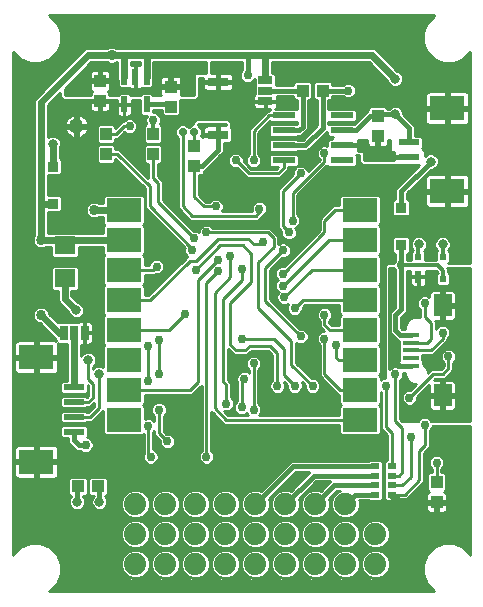
<source format=gbl>
G75*
%MOIN*%
%OFA0B0*%
%FSLAX25Y25*%
%IPPOS*%
%LPD*%
%AMOC8*
5,1,8,0,0,1.08239X$1,22.5*
%
%ADD10R,0.02200X0.05200*%
%ADD11R,0.11811X0.07874*%
%ADD12R,0.07800X0.02200*%
%ADD13R,0.05000X0.02500*%
%ADD14R,0.03937X0.04331*%
%ADD15R,0.04331X0.03937*%
%ADD16R,0.07087X0.01969*%
%ADD17R,0.11811X0.08268*%
%ADD18R,0.05512X0.01575*%
%ADD19R,0.05906X0.07480*%
%ADD20C,0.07400*%
%ADD21R,0.03150X0.01969*%
%ADD22R,0.02362X0.03937*%
%ADD23R,0.02362X0.02362*%
%ADD24R,0.03740X0.03543*%
%ADD25R,0.07087X0.06299*%
%ADD26R,0.07087X0.03150*%
%ADD27C,0.05000*%
%ADD28R,0.02500X0.05000*%
%ADD29C,0.03175*%
%ADD30C,0.01000*%
%ADD31C,0.01600*%
%ADD32C,0.02978*%
%ADD33C,0.02820*%
%ADD34C,0.02400*%
%ADD35C,0.03372*%
%ADD36C,0.01200*%
D10*
X0048981Y0174065D03*
X0056381Y0174065D03*
X0056381Y0183265D03*
X0052681Y0183265D03*
X0048981Y0183265D03*
D11*
X0048744Y0138862D03*
X0048744Y0128862D03*
X0048744Y0118862D03*
X0048744Y0108862D03*
X0048744Y0098862D03*
X0048744Y0088862D03*
X0048744Y0078862D03*
X0048744Y0068862D03*
X0127484Y0068862D03*
X0127484Y0078862D03*
X0127484Y0088862D03*
X0127484Y0098862D03*
X0127484Y0108862D03*
X0127484Y0118862D03*
X0127484Y0128862D03*
X0127484Y0138862D03*
D12*
X0121436Y0155417D03*
X0121436Y0160417D03*
X0121436Y0165417D03*
X0121436Y0170417D03*
X0102036Y0170417D03*
X0102036Y0165417D03*
X0102036Y0160417D03*
X0102036Y0155417D03*
D13*
X0095988Y0175165D03*
X0095988Y0178665D03*
X0095988Y0182165D03*
D14*
X0072366Y0160358D03*
X0072366Y0153665D03*
X0058587Y0157602D03*
X0058587Y0164295D03*
X0064492Y0173350D03*
X0064492Y0180043D03*
X0042839Y0164295D03*
X0042839Y0157602D03*
X0040870Y0175319D03*
X0040870Y0182012D03*
X0133390Y0170201D03*
X0133390Y0163508D03*
X0153075Y0048154D03*
X0153075Y0041461D03*
D15*
X0115083Y0178665D03*
X0108390Y0178665D03*
X0040280Y0046776D03*
X0033587Y0046776D03*
D16*
X0032209Y0064984D03*
X0032209Y0069906D03*
X0032209Y0074827D03*
X0032209Y0079748D03*
X0144020Y0156520D03*
X0144020Y0161441D03*
D17*
X0156618Y0172760D03*
X0156618Y0145201D03*
X0019610Y0089787D03*
X0019610Y0054945D03*
D18*
X0144413Y0086933D03*
X0144413Y0089492D03*
X0144413Y0092051D03*
X0144413Y0094610D03*
X0144413Y0097169D03*
D19*
X0155043Y0107051D03*
X0155043Y0077051D03*
D20*
X0122681Y0040870D03*
X0122681Y0030870D03*
X0122681Y0020870D03*
X0112681Y0020870D03*
X0102681Y0020870D03*
X0102681Y0030870D03*
X0102681Y0040870D03*
X0112681Y0040870D03*
X0112681Y0030870D03*
X0092681Y0030870D03*
X0092681Y0040870D03*
X0082681Y0040870D03*
X0082681Y0030870D03*
X0072681Y0030870D03*
X0072681Y0040870D03*
X0062681Y0040870D03*
X0062681Y0030870D03*
X0062681Y0020870D03*
X0052681Y0020870D03*
X0052681Y0030870D03*
X0052681Y0040870D03*
X0072681Y0020870D03*
X0082681Y0020870D03*
X0092681Y0020870D03*
X0132681Y0020870D03*
X0132681Y0030870D03*
D21*
X0132602Y0044020D03*
X0132602Y0047169D03*
X0132602Y0050319D03*
X0132602Y0053469D03*
X0138114Y0053469D03*
X0138114Y0050319D03*
X0138114Y0047169D03*
X0138114Y0044020D03*
D22*
X0146972Y0116657D03*
D23*
X0146972Y0123350D03*
X0155240Y0123350D03*
X0155240Y0115870D03*
D24*
X0141264Y0127189D03*
X0141264Y0139591D03*
X0025122Y0140969D03*
X0025122Y0153370D03*
D25*
X0029059Y0127091D03*
X0029059Y0116067D03*
D26*
X0080240Y0163980D03*
X0080240Y0181539D03*
D27*
X0032996Y0166854D03*
D28*
X0032209Y0097957D03*
X0035709Y0097957D03*
X0028709Y0097957D03*
D29*
X0032996Y0105437D03*
X0040476Y0096579D03*
X0036933Y0088902D03*
X0040476Y0084177D03*
X0050255Y0059374D03*
X0040673Y0041657D03*
X0033193Y0041657D03*
X0064492Y0145201D03*
X0064492Y0151106D03*
X0040870Y0186539D03*
X0034965Y0178665D03*
X0025122Y0160949D03*
X0129059Y0160417D03*
X0139295Y0170791D03*
X0139295Y0182602D03*
X0151106Y0155043D03*
X0147169Y0127484D03*
X0155043Y0127484D03*
X0138902Y0088902D03*
X0139295Y0042839D03*
D30*
X0011874Y0023969D02*
X0011874Y0191629D01*
X0011924Y0191509D01*
X0014344Y0189089D01*
X0017505Y0187780D01*
X0020928Y0187780D01*
X0024089Y0189089D01*
X0026509Y0191509D01*
X0027819Y0194671D01*
X0027819Y0198093D01*
X0026509Y0201255D01*
X0024089Y0203675D01*
X0023969Y0203724D01*
X0152259Y0203724D01*
X0152139Y0203675D01*
X0149719Y0201255D01*
X0148409Y0198093D01*
X0148409Y0194671D01*
X0149719Y0191509D01*
X0152139Y0189089D01*
X0155301Y0187780D01*
X0158723Y0187780D01*
X0161885Y0189089D01*
X0164305Y0191509D01*
X0164354Y0191629D01*
X0164354Y0121210D01*
X0157018Y0121210D01*
X0157521Y0121714D01*
X0157521Y0124987D01*
X0156940Y0125568D01*
X0156940Y0125581D01*
X0157322Y0125962D01*
X0157731Y0126950D01*
X0157731Y0128019D01*
X0157322Y0129007D01*
X0156566Y0129763D01*
X0155578Y0130172D01*
X0154509Y0130172D01*
X0153521Y0129763D01*
X0152765Y0129007D01*
X0152356Y0128019D01*
X0152356Y0126950D01*
X0152765Y0125962D01*
X0153349Y0125378D01*
X0152959Y0124987D01*
X0152959Y0122098D01*
X0149254Y0122098D01*
X0149254Y0124987D01*
X0148863Y0125378D01*
X0149448Y0125962D01*
X0149857Y0126950D01*
X0149857Y0128019D01*
X0149448Y0129007D01*
X0148692Y0129763D01*
X0147704Y0130172D01*
X0146635Y0130172D01*
X0145647Y0129763D01*
X0144891Y0129007D01*
X0144482Y0128019D01*
X0144482Y0126950D01*
X0144891Y0125962D01*
X0145272Y0125581D01*
X0145272Y0125568D01*
X0144691Y0124987D01*
X0144691Y0122098D01*
X0143225Y0122098D01*
X0143164Y0122159D01*
X0143164Y0124317D01*
X0143589Y0124317D01*
X0144234Y0124962D01*
X0144234Y0129416D01*
X0143589Y0130061D01*
X0138938Y0130061D01*
X0138294Y0129416D01*
X0138294Y0124962D01*
X0138938Y0124317D01*
X0139364Y0124317D01*
X0139364Y0122159D01*
X0139069Y0121864D01*
X0138798Y0121210D01*
X0136664Y0121210D01*
X0135727Y0120273D01*
X0135727Y0082829D01*
X0135631Y0082829D01*
X0134679Y0082435D01*
X0134490Y0082246D01*
X0134490Y0083255D01*
X0133882Y0083862D01*
X0134490Y0084470D01*
X0134490Y0093255D01*
X0133882Y0093862D01*
X0134490Y0094470D01*
X0134490Y0103255D01*
X0133882Y0103862D01*
X0134490Y0104470D01*
X0134490Y0113255D01*
X0133882Y0113862D01*
X0134490Y0114470D01*
X0134490Y0123255D01*
X0133882Y0123862D01*
X0134490Y0124470D01*
X0134490Y0133255D01*
X0133882Y0133862D01*
X0134490Y0134470D01*
X0134490Y0143255D01*
X0133845Y0143899D01*
X0121123Y0143899D01*
X0120479Y0143255D01*
X0120479Y0140462D01*
X0118514Y0140462D01*
X0114073Y0136021D01*
X0114073Y0132084D01*
X0102220Y0120231D01*
X0101379Y0120231D01*
X0100427Y0119837D01*
X0099699Y0119108D01*
X0099305Y0118157D01*
X0099305Y0117127D01*
X0099699Y0116175D01*
X0100201Y0115673D01*
X0099699Y0115171D01*
X0099305Y0114220D01*
X0099305Y0113190D01*
X0099699Y0112238D01*
X0100398Y0111539D01*
X0100093Y0111234D01*
X0099698Y0110283D01*
X0099698Y0109253D01*
X0100093Y0108301D01*
X0100821Y0107573D01*
X0101772Y0107179D01*
X0102802Y0107179D01*
X0103552Y0107489D01*
X0103242Y0106739D01*
X0103242Y0105709D01*
X0103636Y0104758D01*
X0104364Y0104030D01*
X0105316Y0103635D01*
X0106346Y0103635D01*
X0107297Y0104030D01*
X0108026Y0104758D01*
X0108420Y0105709D01*
X0108420Y0106551D01*
X0109131Y0107262D01*
X0120479Y0107262D01*
X0120479Y0104470D01*
X0121086Y0103862D01*
X0120479Y0103255D01*
X0120479Y0100462D01*
X0118186Y0100462D01*
X0117273Y0101375D01*
X0117273Y0101801D01*
X0117868Y0102396D01*
X0118262Y0103347D01*
X0118262Y0104377D01*
X0117868Y0105329D01*
X0117140Y0106057D01*
X0116188Y0106451D01*
X0115158Y0106451D01*
X0114207Y0106057D01*
X0113478Y0105329D01*
X0113084Y0104377D01*
X0113084Y0103347D01*
X0113478Y0102396D01*
X0114073Y0101801D01*
X0114073Y0100050D01*
X0115010Y0099113D01*
X0115546Y0098577D01*
X0115158Y0098577D01*
X0114207Y0098183D01*
X0113478Y0097455D01*
X0113084Y0096503D01*
X0113084Y0095473D01*
X0113478Y0094522D01*
X0114073Y0093927D01*
X0114073Y0083514D01*
X0120325Y0077262D01*
X0120479Y0077262D01*
X0120479Y0074470D01*
X0121086Y0073862D01*
X0120479Y0073255D01*
X0120479Y0070462D01*
X0093809Y0070462D01*
X0094246Y0070900D01*
X0094640Y0071851D01*
X0094640Y0072881D01*
X0094246Y0073833D01*
X0093651Y0074428D01*
X0093651Y0085659D01*
X0094246Y0086254D01*
X0094640Y0087205D01*
X0094640Y0088235D01*
X0094246Y0089187D01*
X0093518Y0089915D01*
X0092566Y0090309D01*
X0091536Y0090309D01*
X0090585Y0089915D01*
X0089856Y0089187D01*
X0089462Y0088235D01*
X0089462Y0087205D01*
X0089856Y0086254D01*
X0090451Y0085659D01*
X0090451Y0084714D01*
X0090368Y0084797D01*
X0089417Y0085191D01*
X0088387Y0085191D01*
X0087435Y0084797D01*
X0086707Y0084069D01*
X0086313Y0083117D01*
X0086313Y0082087D01*
X0086514Y0081601D01*
X0086514Y0075215D01*
X0085919Y0074620D01*
X0085525Y0073669D01*
X0085525Y0072639D01*
X0085919Y0071687D01*
X0086648Y0070959D01*
X0087599Y0070565D01*
X0088629Y0070565D01*
X0089581Y0070959D01*
X0089758Y0071136D01*
X0089856Y0070900D01*
X0090294Y0070462D01*
X0083619Y0070462D01*
X0082233Y0071848D01*
X0082481Y0071746D01*
X0083511Y0071746D01*
X0084463Y0072140D01*
X0085191Y0072868D01*
X0085585Y0073820D01*
X0085585Y0074850D01*
X0085191Y0075801D01*
X0084596Y0076396D01*
X0084596Y0081297D01*
X0083659Y0082234D01*
X0083415Y0082478D01*
X0083415Y0092519D01*
X0083514Y0092420D01*
X0085483Y0090451D01*
X0089958Y0090451D01*
X0090895Y0091388D01*
X0090895Y0091388D01*
X0091533Y0092026D01*
X0096900Y0092026D01*
X0098325Y0090601D01*
X0098325Y0082302D01*
X0097730Y0081707D01*
X0097336Y0080755D01*
X0097336Y0079725D01*
X0097730Y0078774D01*
X0098459Y0078045D01*
X0099410Y0077651D01*
X0100440Y0077651D01*
X0101392Y0078045D01*
X0102120Y0078774D01*
X0102514Y0079725D01*
X0102514Y0080755D01*
X0102133Y0081675D01*
X0103242Y0080566D01*
X0103242Y0079725D01*
X0103636Y0078774D01*
X0104364Y0078045D01*
X0105316Y0077651D01*
X0106346Y0077651D01*
X0107297Y0078045D01*
X0108026Y0078774D01*
X0108420Y0079725D01*
X0108420Y0080755D01*
X0108039Y0081675D01*
X0109147Y0080566D01*
X0109147Y0079725D01*
X0109541Y0078774D01*
X0110270Y0078045D01*
X0111221Y0077651D01*
X0112251Y0077651D01*
X0113203Y0078045D01*
X0113931Y0078774D01*
X0114325Y0079725D01*
X0114325Y0080755D01*
X0113931Y0081707D01*
X0113203Y0082435D01*
X0112251Y0082829D01*
X0111410Y0082829D01*
X0106250Y0087990D01*
X0106250Y0094664D01*
X0106333Y0094581D01*
X0107284Y0094187D01*
X0108314Y0094187D01*
X0109266Y0094581D01*
X0109994Y0095309D01*
X0110388Y0096261D01*
X0110388Y0097291D01*
X0109994Y0098242D01*
X0109266Y0098970D01*
X0108314Y0099365D01*
X0107473Y0099365D01*
X0097588Y0109249D01*
X0097588Y0118947D01*
X0101567Y0122927D01*
X0102409Y0122927D01*
X0103360Y0123321D01*
X0104089Y0124049D01*
X0104483Y0125001D01*
X0104483Y0126031D01*
X0104089Y0126982D01*
X0103360Y0127711D01*
X0102409Y0128105D01*
X0101379Y0128105D01*
X0100427Y0127711D01*
X0100344Y0127627D01*
X0100344Y0130115D01*
X0097438Y0133021D01*
X0078365Y0133021D01*
X0077770Y0133616D01*
X0076818Y0134010D01*
X0075788Y0134010D01*
X0074837Y0133616D01*
X0074108Y0132888D01*
X0073714Y0131936D01*
X0073714Y0131697D01*
X0072881Y0132042D01*
X0072040Y0132042D01*
X0061761Y0142320D01*
X0061761Y0148619D01*
X0060187Y0150194D01*
X0060187Y0154337D01*
X0061011Y0154337D01*
X0061655Y0154981D01*
X0061655Y0160223D01*
X0061011Y0160868D01*
X0056162Y0160868D01*
X0055518Y0160223D01*
X0055518Y0154981D01*
X0056162Y0154337D01*
X0056987Y0154337D01*
X0056987Y0149457D01*
X0048179Y0158265D01*
X0047241Y0159202D01*
X0045907Y0159202D01*
X0045907Y0160223D01*
X0045263Y0160868D01*
X0040414Y0160868D01*
X0039770Y0160223D01*
X0039770Y0154981D01*
X0040414Y0154337D01*
X0045263Y0154337D01*
X0045907Y0154981D01*
X0045907Y0156002D01*
X0045916Y0156002D01*
X0055806Y0146113D01*
X0055806Y0139420D01*
X0069050Y0126176D01*
X0068990Y0126031D01*
X0068990Y0125001D01*
X0069384Y0124049D01*
X0069995Y0123438D01*
X0069191Y0122635D01*
X0057018Y0110462D01*
X0055750Y0110462D01*
X0055750Y0113255D01*
X0055142Y0113862D01*
X0055750Y0114470D01*
X0055750Y0117262D01*
X0059289Y0117262D01*
X0059441Y0117415D01*
X0060283Y0117415D01*
X0061234Y0117809D01*
X0061963Y0118537D01*
X0062357Y0119489D01*
X0062357Y0120519D01*
X0061963Y0121470D01*
X0061234Y0122199D01*
X0060283Y0122593D01*
X0059253Y0122593D01*
X0058301Y0122199D01*
X0057573Y0121470D01*
X0057179Y0120519D01*
X0057179Y0120462D01*
X0055750Y0120462D01*
X0055750Y0123255D01*
X0055142Y0123862D01*
X0055750Y0124470D01*
X0055750Y0133255D01*
X0055142Y0133862D01*
X0055750Y0134470D01*
X0055750Y0143255D01*
X0055105Y0143899D01*
X0042383Y0143899D01*
X0041739Y0143255D01*
X0041739Y0141162D01*
X0040541Y0141162D01*
X0040480Y0141224D01*
X0039456Y0141648D01*
X0038347Y0141648D01*
X0037324Y0141224D01*
X0036540Y0140440D01*
X0036116Y0139416D01*
X0036116Y0138308D01*
X0036540Y0137284D01*
X0037324Y0136500D01*
X0038347Y0136076D01*
X0039456Y0136076D01*
X0040480Y0136500D01*
X0040541Y0136562D01*
X0041739Y0136562D01*
X0041739Y0134470D01*
X0042346Y0133862D01*
X0041739Y0133255D01*
X0041739Y0131162D01*
X0033236Y0131162D01*
X0033058Y0131340D01*
X0025060Y0131340D01*
X0024882Y0131162D01*
X0023485Y0131162D01*
X0023485Y0138097D01*
X0027448Y0138097D01*
X0028092Y0138741D01*
X0028092Y0143196D01*
X0027448Y0143840D01*
X0023485Y0143840D01*
X0023485Y0150498D01*
X0027448Y0150498D01*
X0028092Y0151143D01*
X0028092Y0155597D01*
X0027448Y0156242D01*
X0027422Y0156242D01*
X0027422Y0159479D01*
X0027809Y0160414D01*
X0027809Y0161483D01*
X0027400Y0162471D01*
X0026644Y0163227D01*
X0025657Y0163636D01*
X0024587Y0163636D01*
X0023600Y0163227D01*
X0023485Y0163112D01*
X0023485Y0173776D01*
X0027459Y0177750D01*
X0027459Y0176428D01*
X0028396Y0175491D01*
X0040386Y0175491D01*
X0040386Y0174835D01*
X0037402Y0174835D01*
X0037402Y0172956D01*
X0037504Y0172575D01*
X0037701Y0172233D01*
X0037981Y0171953D01*
X0038323Y0171756D01*
X0038704Y0171654D01*
X0040386Y0171654D01*
X0040386Y0174835D01*
X0041354Y0174835D01*
X0041354Y0175491D01*
X0046381Y0175491D01*
X0046381Y0174115D01*
X0048931Y0174115D01*
X0048931Y0174015D01*
X0049031Y0174015D01*
X0049031Y0169965D01*
X0050279Y0169965D01*
X0050660Y0170068D01*
X0051002Y0170265D01*
X0051281Y0170544D01*
X0051479Y0170886D01*
X0051581Y0171268D01*
X0051581Y0174015D01*
X0049031Y0174015D01*
X0049031Y0174115D01*
X0051581Y0174115D01*
X0051581Y0175491D01*
X0054181Y0175491D01*
X0054181Y0171010D01*
X0054825Y0170365D01*
X0056468Y0170365D01*
X0056392Y0170289D01*
X0055998Y0169338D01*
X0055998Y0168308D01*
X0056307Y0167561D01*
X0056162Y0167561D01*
X0055518Y0166916D01*
X0055518Y0161674D01*
X0056162Y0161030D01*
X0061011Y0161030D01*
X0061655Y0161674D01*
X0061655Y0166916D01*
X0061011Y0167561D01*
X0060866Y0167561D01*
X0061176Y0168308D01*
X0061176Y0169338D01*
X0060781Y0170289D01*
X0060053Y0171018D01*
X0059102Y0171412D01*
X0058581Y0171412D01*
X0058581Y0172165D01*
X0061424Y0172165D01*
X0061424Y0170729D01*
X0062068Y0170085D01*
X0066916Y0170085D01*
X0067561Y0170729D01*
X0067561Y0175491D01*
X0073029Y0175491D01*
X0073966Y0176428D01*
X0073966Y0182971D01*
X0075197Y0182971D01*
X0075197Y0181827D01*
X0079953Y0181827D01*
X0079953Y0184614D01*
X0077903Y0184614D01*
X0077903Y0188176D01*
X0088183Y0188176D01*
X0088183Y0185545D01*
X0087888Y0185250D01*
X0087494Y0184298D01*
X0087494Y0183268D01*
X0087888Y0182317D01*
X0088616Y0181589D01*
X0089568Y0181194D01*
X0090598Y0181194D01*
X0091549Y0181589D01*
X0092277Y0182317D01*
X0092388Y0182584D01*
X0092388Y0180460D01*
X0092433Y0180415D01*
X0092388Y0180371D01*
X0092388Y0177437D01*
X0092288Y0177336D01*
X0092090Y0176994D01*
X0091988Y0176613D01*
X0091988Y0175290D01*
X0095863Y0175290D01*
X0095863Y0175040D01*
X0096113Y0175040D01*
X0096113Y0172415D01*
X0097479Y0172415D01*
X0097081Y0172017D01*
X0096526Y0172017D01*
X0090451Y0165942D01*
X0090451Y0157498D01*
X0089856Y0156904D01*
X0089462Y0155952D01*
X0089462Y0154922D01*
X0089856Y0153970D01*
X0090585Y0153242D01*
X0091536Y0152848D01*
X0092566Y0152848D01*
X0093518Y0153242D01*
X0094246Y0153970D01*
X0094640Y0154922D01*
X0094640Y0155952D01*
X0094246Y0156904D01*
X0093651Y0157498D01*
X0093651Y0164617D01*
X0097466Y0168432D01*
X0097681Y0168217D01*
X0106392Y0168217D01*
X0106490Y0168315D01*
X0106490Y0167519D01*
X0106392Y0167617D01*
X0097681Y0167617D01*
X0097036Y0166973D01*
X0097036Y0163862D01*
X0097681Y0163217D01*
X0106392Y0163217D01*
X0106692Y0163517D01*
X0107937Y0163517D01*
X0109177Y0164757D01*
X0110290Y0165870D01*
X0110290Y0175597D01*
X0111011Y0175597D01*
X0111655Y0176241D01*
X0111655Y0181089D01*
X0111011Y0181734D01*
X0105769Y0181734D01*
X0105124Y0181089D01*
X0105124Y0180565D01*
X0099588Y0180565D01*
X0099588Y0183871D01*
X0098944Y0184515D01*
X0098288Y0184515D01*
X0098288Y0188176D01*
X0130469Y0188176D01*
X0136630Y0182015D01*
X0137017Y0181080D01*
X0137773Y0180324D01*
X0138761Y0179915D01*
X0139830Y0179915D01*
X0140818Y0180324D01*
X0141574Y0181080D01*
X0141983Y0182068D01*
X0141983Y0183137D01*
X0141574Y0184125D01*
X0140818Y0184881D01*
X0139882Y0185268D01*
X0133721Y0191429D01*
X0132374Y0192776D01*
X0046447Y0192776D01*
X0046385Y0192838D01*
X0045361Y0193262D01*
X0044253Y0193262D01*
X0043229Y0192838D01*
X0043167Y0192776D01*
X0035980Y0192776D01*
X0020232Y0177028D01*
X0018885Y0175681D01*
X0018885Y0130502D01*
X0018823Y0130440D01*
X0018399Y0129416D01*
X0018399Y0128308D01*
X0018823Y0127284D01*
X0019607Y0126500D01*
X0020631Y0126076D01*
X0021739Y0126076D01*
X0022763Y0126500D01*
X0022825Y0126562D01*
X0024416Y0126562D01*
X0024416Y0123485D01*
X0025060Y0122841D01*
X0033058Y0122841D01*
X0033702Y0123485D01*
X0033702Y0126562D01*
X0041739Y0126562D01*
X0041739Y0124470D01*
X0042346Y0123862D01*
X0041739Y0123255D01*
X0041739Y0114470D01*
X0042346Y0113862D01*
X0041739Y0113255D01*
X0041739Y0104470D01*
X0042346Y0103862D01*
X0041739Y0103255D01*
X0041739Y0094470D01*
X0042346Y0093862D01*
X0041739Y0093255D01*
X0041739Y0086563D01*
X0041011Y0086865D01*
X0039942Y0086865D01*
X0038954Y0086455D01*
X0038533Y0086034D01*
X0038533Y0086701D01*
X0039211Y0087379D01*
X0039620Y0088367D01*
X0039620Y0089436D01*
X0039211Y0090424D01*
X0038455Y0091180D01*
X0037468Y0091589D01*
X0036398Y0091589D01*
X0035411Y0091180D01*
X0034655Y0090424D01*
X0034509Y0090071D01*
X0034509Y0093957D01*
X0035584Y0093957D01*
X0035584Y0097832D01*
X0035834Y0097832D01*
X0035834Y0098082D01*
X0035584Y0098082D01*
X0035584Y0101957D01*
X0034261Y0101957D01*
X0033880Y0101854D01*
X0033538Y0101657D01*
X0033437Y0101557D01*
X0030503Y0101557D01*
X0030459Y0101512D01*
X0030414Y0101557D01*
X0027003Y0101557D01*
X0026873Y0101427D01*
X0023971Y0104329D01*
X0023971Y0104416D01*
X0023547Y0105440D01*
X0022763Y0106224D01*
X0021739Y0106648D01*
X0020631Y0106648D01*
X0019607Y0106224D01*
X0018823Y0105440D01*
X0018399Y0104416D01*
X0018399Y0103308D01*
X0018823Y0102284D01*
X0019607Y0101500D01*
X0020631Y0101076D01*
X0020718Y0101076D01*
X0026138Y0095657D01*
X0026359Y0095657D01*
X0026359Y0095167D01*
X0026095Y0095319D01*
X0025713Y0095421D01*
X0020110Y0095421D01*
X0020110Y0090287D01*
X0027016Y0090287D01*
X0027016Y0094119D01*
X0026933Y0094426D01*
X0027003Y0094357D01*
X0029909Y0094357D01*
X0029909Y0081832D01*
X0028210Y0081832D01*
X0027565Y0081188D01*
X0027565Y0078308D01*
X0028210Y0077664D01*
X0036208Y0077664D01*
X0036852Y0078308D01*
X0036852Y0080421D01*
X0036908Y0080365D01*
X0036908Y0076966D01*
X0036530Y0076588D01*
X0036208Y0076911D01*
X0028210Y0076911D01*
X0027565Y0076267D01*
X0027565Y0073387D01*
X0028210Y0072743D01*
X0036208Y0072743D01*
X0036692Y0073227D01*
X0037694Y0073227D01*
X0038631Y0074164D01*
X0038876Y0074409D01*
X0038876Y0073423D01*
X0036959Y0071505D01*
X0036692Y0071505D01*
X0036208Y0071990D01*
X0028210Y0071990D01*
X0027565Y0071345D01*
X0027565Y0068466D01*
X0028210Y0067821D01*
X0036208Y0067821D01*
X0036692Y0068306D01*
X0038285Y0068306D01*
X0039222Y0069243D01*
X0041739Y0071759D01*
X0041739Y0064470D01*
X0042383Y0063825D01*
X0055105Y0063825D01*
X0055412Y0064132D01*
X0055412Y0057620D01*
X0055210Y0057133D01*
X0055210Y0056103D01*
X0055604Y0055152D01*
X0056333Y0054423D01*
X0057284Y0054029D01*
X0058314Y0054029D01*
X0059266Y0054423D01*
X0059994Y0055152D01*
X0060388Y0056103D01*
X0060388Y0057133D01*
X0059994Y0058085D01*
X0059266Y0058813D01*
X0058612Y0059084D01*
X0058612Y0064793D01*
X0058955Y0065136D01*
X0058955Y0063829D01*
X0060722Y0062062D01*
X0060722Y0061221D01*
X0061116Y0060270D01*
X0061844Y0059541D01*
X0062796Y0059147D01*
X0063826Y0059147D01*
X0064778Y0059541D01*
X0065506Y0060270D01*
X0065900Y0061221D01*
X0065900Y0062251D01*
X0065506Y0063203D01*
X0064778Y0063931D01*
X0063826Y0064325D01*
X0062985Y0064325D01*
X0062155Y0065155D01*
X0062155Y0070305D01*
X0062750Y0070900D01*
X0063144Y0071851D01*
X0063144Y0072881D01*
X0062750Y0073833D01*
X0062022Y0074561D01*
X0061070Y0074955D01*
X0060040Y0074955D01*
X0059089Y0074561D01*
X0058360Y0073833D01*
X0057966Y0072881D01*
X0057966Y0071851D01*
X0058360Y0070900D01*
X0058955Y0070305D01*
X0058955Y0068572D01*
X0058478Y0069049D01*
X0057527Y0069443D01*
X0056497Y0069443D01*
X0055750Y0069134D01*
X0055750Y0073255D01*
X0055142Y0073862D01*
X0055750Y0074470D01*
X0055750Y0077262D01*
X0071651Y0077262D01*
X0072588Y0078199D01*
X0074210Y0079821D01*
X0074703Y0080314D01*
X0074703Y0058679D01*
X0074108Y0058085D01*
X0073714Y0057133D01*
X0073714Y0056103D01*
X0074108Y0055152D01*
X0074837Y0054423D01*
X0075788Y0054029D01*
X0076818Y0054029D01*
X0077770Y0054423D01*
X0078498Y0055152D01*
X0078892Y0056103D01*
X0078892Y0057133D01*
X0078498Y0058085D01*
X0077903Y0058679D01*
X0077903Y0071653D01*
X0078396Y0071160D01*
X0082294Y0067262D01*
X0120479Y0067262D01*
X0120479Y0064470D01*
X0121123Y0063825D01*
X0133845Y0063825D01*
X0134490Y0064470D01*
X0134490Y0073255D01*
X0133882Y0073862D01*
X0134490Y0074470D01*
X0134490Y0078235D01*
X0134546Y0078179D01*
X0134546Y0065798D01*
X0135483Y0064861D01*
X0136514Y0063829D01*
X0136514Y0055553D01*
X0136084Y0055553D01*
X0135439Y0054908D01*
X0135439Y0052029D01*
X0135574Y0051894D01*
X0135439Y0051759D01*
X0135439Y0048879D01*
X0135574Y0048744D01*
X0135439Y0048609D01*
X0135439Y0045729D01*
X0135574Y0045594D01*
X0135439Y0045460D01*
X0135439Y0042580D01*
X0136084Y0041935D01*
X0140145Y0041935D01*
X0140629Y0042420D01*
X0143108Y0042420D01*
X0147832Y0047144D01*
X0148769Y0048081D01*
X0148769Y0057924D01*
X0149801Y0058955D01*
X0150738Y0059892D01*
X0150738Y0065187D01*
X0151333Y0065781D01*
X0151727Y0066733D01*
X0151727Y0066829D01*
X0164354Y0066829D01*
X0164354Y0023969D01*
X0164305Y0024089D01*
X0161885Y0026509D01*
X0158723Y0027819D01*
X0155301Y0027819D01*
X0152139Y0026509D01*
X0149719Y0024089D01*
X0148409Y0020928D01*
X0148409Y0017505D01*
X0149719Y0014344D01*
X0152139Y0011924D01*
X0152259Y0011874D01*
X0023969Y0011874D01*
X0024089Y0011924D01*
X0026509Y0014344D01*
X0027819Y0017505D01*
X0027819Y0020928D01*
X0026509Y0024089D01*
X0024089Y0026509D01*
X0020928Y0027819D01*
X0017505Y0027819D01*
X0014344Y0026509D01*
X0011924Y0024089D01*
X0011874Y0023969D01*
X0011874Y0024352D02*
X0012186Y0024352D01*
X0011874Y0025350D02*
X0013185Y0025350D01*
X0014183Y0026349D02*
X0011874Y0026349D01*
X0011874Y0027347D02*
X0016367Y0027347D01*
X0011874Y0028346D02*
X0048531Y0028346D01*
X0048612Y0028151D02*
X0049962Y0026801D01*
X0051726Y0026070D01*
X0053636Y0026070D01*
X0055400Y0026801D01*
X0056750Y0028151D01*
X0057481Y0029915D01*
X0057481Y0031825D01*
X0056750Y0033589D01*
X0055400Y0034939D01*
X0053636Y0035670D01*
X0051726Y0035670D01*
X0049962Y0034939D01*
X0048612Y0033589D01*
X0047881Y0031825D01*
X0047881Y0029915D01*
X0048612Y0028151D01*
X0049416Y0027347D02*
X0022066Y0027347D01*
X0024250Y0026349D02*
X0051054Y0026349D01*
X0051726Y0025670D02*
X0049962Y0024939D01*
X0048612Y0023589D01*
X0047881Y0021825D01*
X0047881Y0019915D01*
X0048612Y0018151D01*
X0049962Y0016801D01*
X0051726Y0016070D01*
X0053636Y0016070D01*
X0055400Y0016801D01*
X0056750Y0018151D01*
X0057481Y0019915D01*
X0057481Y0021825D01*
X0056750Y0023589D01*
X0055400Y0024939D01*
X0053636Y0025670D01*
X0051726Y0025670D01*
X0050954Y0025350D02*
X0025248Y0025350D01*
X0026247Y0024352D02*
X0049374Y0024352D01*
X0048514Y0023353D02*
X0026814Y0023353D01*
X0027228Y0022355D02*
X0048101Y0022355D01*
X0047881Y0021356D02*
X0027641Y0021356D01*
X0027819Y0020358D02*
X0047881Y0020358D01*
X0048111Y0019359D02*
X0027819Y0019359D01*
X0027819Y0018361D02*
X0048525Y0018361D01*
X0049401Y0017362D02*
X0027760Y0017362D01*
X0027346Y0016364D02*
X0051018Y0016364D01*
X0054344Y0016364D02*
X0061018Y0016364D01*
X0061726Y0016070D02*
X0059962Y0016801D01*
X0058612Y0018151D01*
X0057881Y0019915D01*
X0057881Y0021825D01*
X0058612Y0023589D01*
X0059962Y0024939D01*
X0061726Y0025670D01*
X0063636Y0025670D01*
X0065400Y0024939D01*
X0066750Y0023589D01*
X0067481Y0021825D01*
X0067481Y0019915D01*
X0066750Y0018151D01*
X0065400Y0016801D01*
X0063636Y0016070D01*
X0061726Y0016070D01*
X0064344Y0016364D02*
X0071018Y0016364D01*
X0071726Y0016070D02*
X0073636Y0016070D01*
X0075400Y0016801D01*
X0076750Y0018151D01*
X0077481Y0019915D01*
X0077481Y0021825D01*
X0076750Y0023589D01*
X0075400Y0024939D01*
X0073636Y0025670D01*
X0071726Y0025670D01*
X0069962Y0024939D01*
X0068612Y0023589D01*
X0067881Y0021825D01*
X0067881Y0019915D01*
X0068612Y0018151D01*
X0069962Y0016801D01*
X0071726Y0016070D01*
X0069401Y0017362D02*
X0065961Y0017362D01*
X0066837Y0018361D02*
X0068525Y0018361D01*
X0068111Y0019359D02*
X0067251Y0019359D01*
X0067481Y0020358D02*
X0067881Y0020358D01*
X0067881Y0021356D02*
X0067481Y0021356D01*
X0067262Y0022355D02*
X0068101Y0022355D01*
X0068514Y0023353D02*
X0066848Y0023353D01*
X0065988Y0024352D02*
X0069374Y0024352D01*
X0070954Y0025350D02*
X0064408Y0025350D01*
X0064309Y0026349D02*
X0071054Y0026349D01*
X0071726Y0026070D02*
X0073636Y0026070D01*
X0075400Y0026801D01*
X0076750Y0028151D01*
X0077481Y0029915D01*
X0077481Y0031825D01*
X0076750Y0033589D01*
X0075400Y0034939D01*
X0073636Y0035670D01*
X0071726Y0035670D01*
X0069962Y0034939D01*
X0068612Y0033589D01*
X0067881Y0031825D01*
X0067881Y0029915D01*
X0068612Y0028151D01*
X0069962Y0026801D01*
X0071726Y0026070D01*
X0069416Y0027347D02*
X0065946Y0027347D01*
X0065400Y0026801D02*
X0066750Y0028151D01*
X0067481Y0029915D01*
X0067481Y0031825D01*
X0066750Y0033589D01*
X0065400Y0034939D01*
X0063636Y0035670D01*
X0061726Y0035670D01*
X0059962Y0034939D01*
X0058612Y0033589D01*
X0057881Y0031825D01*
X0057881Y0029915D01*
X0058612Y0028151D01*
X0059962Y0026801D01*
X0061726Y0026070D01*
X0063636Y0026070D01*
X0065400Y0026801D01*
X0066831Y0028346D02*
X0068531Y0028346D01*
X0068118Y0029344D02*
X0067245Y0029344D01*
X0067481Y0030343D02*
X0067881Y0030343D01*
X0067881Y0031341D02*
X0067481Y0031341D01*
X0067268Y0032340D02*
X0068094Y0032340D01*
X0068508Y0033338D02*
X0066854Y0033338D01*
X0066003Y0034337D02*
X0069360Y0034337D01*
X0070918Y0035335D02*
X0064444Y0035335D01*
X0064273Y0036334D02*
X0071090Y0036334D01*
X0071726Y0036070D02*
X0073636Y0036070D01*
X0075400Y0036801D01*
X0076750Y0038151D01*
X0077481Y0039915D01*
X0077481Y0041825D01*
X0076750Y0043589D01*
X0075400Y0044939D01*
X0073636Y0045670D01*
X0071726Y0045670D01*
X0069962Y0044939D01*
X0068612Y0043589D01*
X0067881Y0041825D01*
X0067881Y0039915D01*
X0068612Y0038151D01*
X0069962Y0036801D01*
X0071726Y0036070D01*
X0069431Y0037332D02*
X0065932Y0037332D01*
X0065400Y0036801D02*
X0066750Y0038151D01*
X0067481Y0039915D01*
X0067481Y0041825D01*
X0066750Y0043589D01*
X0065400Y0044939D01*
X0063636Y0045670D01*
X0061726Y0045670D01*
X0059962Y0044939D01*
X0058612Y0043589D01*
X0057881Y0041825D01*
X0057881Y0039915D01*
X0058612Y0038151D01*
X0059962Y0036801D01*
X0061726Y0036070D01*
X0063636Y0036070D01*
X0065400Y0036801D01*
X0066825Y0038331D02*
X0068537Y0038331D01*
X0068124Y0039329D02*
X0067238Y0039329D01*
X0067481Y0040328D02*
X0067881Y0040328D01*
X0067881Y0041326D02*
X0067481Y0041326D01*
X0067274Y0042325D02*
X0068088Y0042325D01*
X0068502Y0043323D02*
X0066860Y0043323D01*
X0066017Y0044322D02*
X0069345Y0044322D01*
X0070882Y0045320D02*
X0064480Y0045320D01*
X0060882Y0045320D02*
X0054480Y0045320D01*
X0053636Y0045670D02*
X0051726Y0045670D01*
X0049962Y0044939D01*
X0048612Y0043589D01*
X0047881Y0041825D01*
X0047881Y0039915D01*
X0048612Y0038151D01*
X0049962Y0036801D01*
X0051726Y0036070D01*
X0053636Y0036070D01*
X0055400Y0036801D01*
X0056750Y0038151D01*
X0057481Y0039915D01*
X0057481Y0041825D01*
X0056750Y0043589D01*
X0055400Y0044939D01*
X0053636Y0045670D01*
X0056017Y0044322D02*
X0059345Y0044322D01*
X0058502Y0043323D02*
X0056860Y0043323D01*
X0057274Y0042325D02*
X0058088Y0042325D01*
X0057881Y0041326D02*
X0057481Y0041326D01*
X0057481Y0040328D02*
X0057881Y0040328D01*
X0058124Y0039329D02*
X0057238Y0039329D01*
X0056825Y0038331D02*
X0058537Y0038331D01*
X0059431Y0037332D02*
X0055932Y0037332D01*
X0054273Y0036334D02*
X0061090Y0036334D01*
X0060918Y0035335D02*
X0054444Y0035335D01*
X0056003Y0034337D02*
X0059360Y0034337D01*
X0058508Y0033338D02*
X0056854Y0033338D01*
X0057268Y0032340D02*
X0058094Y0032340D01*
X0057881Y0031341D02*
X0057481Y0031341D01*
X0057481Y0030343D02*
X0057881Y0030343D01*
X0058118Y0029344D02*
X0057245Y0029344D01*
X0056831Y0028346D02*
X0058531Y0028346D01*
X0059416Y0027347D02*
X0055946Y0027347D01*
X0054309Y0026349D02*
X0061054Y0026349D01*
X0060954Y0025350D02*
X0054408Y0025350D01*
X0055988Y0024352D02*
X0059374Y0024352D01*
X0058514Y0023353D02*
X0056848Y0023353D01*
X0057262Y0022355D02*
X0058101Y0022355D01*
X0057881Y0021356D02*
X0057481Y0021356D01*
X0057481Y0020358D02*
X0057881Y0020358D01*
X0058111Y0019359D02*
X0057251Y0019359D01*
X0056837Y0018361D02*
X0058525Y0018361D01*
X0059401Y0017362D02*
X0055961Y0017362D01*
X0048118Y0029344D02*
X0011874Y0029344D01*
X0011874Y0030343D02*
X0047881Y0030343D01*
X0047881Y0031341D02*
X0011874Y0031341D01*
X0011874Y0032340D02*
X0048094Y0032340D01*
X0048508Y0033338D02*
X0011874Y0033338D01*
X0011874Y0034337D02*
X0049360Y0034337D01*
X0050918Y0035335D02*
X0011874Y0035335D01*
X0011874Y0036334D02*
X0051090Y0036334D01*
X0049431Y0037332D02*
X0011874Y0037332D01*
X0011874Y0038331D02*
X0048537Y0038331D01*
X0048124Y0039329D02*
X0042075Y0039329D01*
X0042196Y0039379D02*
X0042951Y0040135D01*
X0043361Y0041123D01*
X0043361Y0042192D01*
X0042951Y0043180D01*
X0042573Y0043558D01*
X0042573Y0043707D01*
X0042901Y0043707D01*
X0043545Y0044351D01*
X0043545Y0049200D01*
X0042901Y0049844D01*
X0037659Y0049844D01*
X0037014Y0049200D01*
X0037014Y0044351D01*
X0037659Y0043707D01*
X0038773Y0043707D01*
X0038773Y0043558D01*
X0038395Y0043180D01*
X0037986Y0042192D01*
X0037986Y0041123D01*
X0038395Y0040135D01*
X0039151Y0039379D01*
X0040139Y0038970D01*
X0041208Y0038970D01*
X0042196Y0039379D01*
X0043031Y0040328D02*
X0047881Y0040328D01*
X0047881Y0041326D02*
X0043361Y0041326D01*
X0043306Y0042325D02*
X0048088Y0042325D01*
X0048502Y0043323D02*
X0042808Y0043323D01*
X0043515Y0044322D02*
X0049345Y0044322D01*
X0050882Y0045320D02*
X0043545Y0045320D01*
X0043545Y0046319D02*
X0095443Y0046319D01*
X0094455Y0045331D02*
X0093636Y0045670D01*
X0091726Y0045670D01*
X0089962Y0044939D01*
X0088612Y0043589D01*
X0087881Y0041825D01*
X0087881Y0039915D01*
X0088612Y0038151D01*
X0089962Y0036801D01*
X0091726Y0036070D01*
X0093636Y0036070D01*
X0095400Y0036801D01*
X0096750Y0038151D01*
X0097481Y0039915D01*
X0097481Y0041825D01*
X0097142Y0042644D01*
X0106067Y0051569D01*
X0110693Y0051569D01*
X0104455Y0045331D01*
X0103636Y0045670D01*
X0101726Y0045670D01*
X0099962Y0044939D01*
X0098612Y0043589D01*
X0097881Y0041825D01*
X0097881Y0039915D01*
X0098612Y0038151D01*
X0099962Y0036801D01*
X0101726Y0036070D01*
X0103636Y0036070D01*
X0105400Y0036801D01*
X0106750Y0038151D01*
X0107481Y0039915D01*
X0107481Y0041825D01*
X0107142Y0042644D01*
X0112917Y0048419D01*
X0117543Y0048419D01*
X0114455Y0045331D01*
X0113636Y0045670D01*
X0111726Y0045670D01*
X0109962Y0044939D01*
X0108612Y0043589D01*
X0107881Y0041825D01*
X0107881Y0039915D01*
X0108612Y0038151D01*
X0109962Y0036801D01*
X0111726Y0036070D01*
X0113636Y0036070D01*
X0115400Y0036801D01*
X0116750Y0038151D01*
X0117481Y0039915D01*
X0117481Y0041825D01*
X0117142Y0042644D01*
X0119767Y0045269D01*
X0120759Y0045269D01*
X0119962Y0044939D01*
X0118612Y0043589D01*
X0117881Y0041825D01*
X0117881Y0039915D01*
X0118612Y0038151D01*
X0119962Y0036801D01*
X0121726Y0036070D01*
X0123636Y0036070D01*
X0125400Y0036801D01*
X0126750Y0038151D01*
X0127481Y0039915D01*
X0127481Y0041825D01*
X0127359Y0042120D01*
X0130388Y0042120D01*
X0130572Y0041935D01*
X0134633Y0041935D01*
X0135277Y0042580D01*
X0135277Y0045460D01*
X0135142Y0045594D01*
X0135277Y0045729D01*
X0135277Y0048609D01*
X0135142Y0048744D01*
X0135277Y0048879D01*
X0135277Y0051759D01*
X0135142Y0051894D01*
X0135277Y0052029D01*
X0135277Y0054908D01*
X0134633Y0055553D01*
X0130572Y0055553D01*
X0130388Y0055368D01*
X0104493Y0055368D01*
X0094455Y0045331D01*
X0096441Y0047317D02*
X0043545Y0047317D01*
X0043545Y0048316D02*
X0097440Y0048316D01*
X0098439Y0049314D02*
X0043430Y0049314D01*
X0037129Y0049314D02*
X0036737Y0049314D01*
X0036852Y0049200D02*
X0036208Y0049844D01*
X0030966Y0049844D01*
X0030321Y0049200D01*
X0030321Y0044351D01*
X0030966Y0043707D01*
X0031293Y0043707D01*
X0031293Y0043558D01*
X0030915Y0043180D01*
X0030506Y0042192D01*
X0030506Y0041123D01*
X0030915Y0040135D01*
X0031671Y0039379D01*
X0032658Y0038970D01*
X0033727Y0038970D01*
X0034715Y0039379D01*
X0035471Y0040135D01*
X0035880Y0041123D01*
X0035880Y0042192D01*
X0035471Y0043180D01*
X0035093Y0043558D01*
X0035093Y0043707D01*
X0036208Y0043707D01*
X0036852Y0044351D01*
X0036852Y0049200D01*
X0036852Y0048316D02*
X0037014Y0048316D01*
X0037014Y0047317D02*
X0036852Y0047317D01*
X0036852Y0046319D02*
X0037014Y0046319D01*
X0037014Y0045320D02*
X0036852Y0045320D01*
X0036822Y0044322D02*
X0037044Y0044322D01*
X0038539Y0043323D02*
X0035328Y0043323D01*
X0035825Y0042325D02*
X0038041Y0042325D01*
X0037986Y0041326D02*
X0035880Y0041326D01*
X0035551Y0040328D02*
X0038315Y0040328D01*
X0039271Y0039329D02*
X0034595Y0039329D01*
X0031791Y0039329D02*
X0011874Y0039329D01*
X0011874Y0040328D02*
X0030835Y0040328D01*
X0030506Y0041326D02*
X0011874Y0041326D01*
X0011874Y0042325D02*
X0030561Y0042325D01*
X0031058Y0043323D02*
X0011874Y0043323D01*
X0011874Y0044322D02*
X0030351Y0044322D01*
X0030321Y0045320D02*
X0011874Y0045320D01*
X0011874Y0046319D02*
X0030321Y0046319D01*
X0030321Y0047317D02*
X0011874Y0047317D01*
X0011874Y0048316D02*
X0030321Y0048316D01*
X0030436Y0049314D02*
X0025726Y0049314D01*
X0025713Y0049311D02*
X0026095Y0049413D01*
X0026437Y0049611D01*
X0026716Y0049890D01*
X0026914Y0050232D01*
X0027016Y0050614D01*
X0027016Y0054445D01*
X0020110Y0054445D01*
X0020110Y0049311D01*
X0025713Y0049311D01*
X0026935Y0050313D02*
X0099437Y0050313D01*
X0100436Y0051311D02*
X0027016Y0051311D01*
X0027016Y0052310D02*
X0101434Y0052310D01*
X0102433Y0053309D02*
X0027016Y0053309D01*
X0027016Y0054307D02*
X0056613Y0054307D01*
X0055541Y0055306D02*
X0020110Y0055306D01*
X0020110Y0055445D02*
X0027016Y0055445D01*
X0027016Y0059276D01*
X0026914Y0059658D01*
X0026716Y0060000D01*
X0026437Y0060279D01*
X0026095Y0060477D01*
X0025713Y0060579D01*
X0020110Y0060579D01*
X0020110Y0055445D01*
X0019110Y0055445D01*
X0019110Y0054445D01*
X0012205Y0054445D01*
X0012205Y0050614D01*
X0012307Y0050232D01*
X0012504Y0049890D01*
X0012784Y0049611D01*
X0013126Y0049413D01*
X0013507Y0049311D01*
X0019110Y0049311D01*
X0019110Y0054445D01*
X0020110Y0054445D01*
X0020110Y0055445D01*
X0020110Y0056304D02*
X0019110Y0056304D01*
X0019110Y0055445D02*
X0019110Y0060579D01*
X0013507Y0060579D01*
X0013126Y0060477D01*
X0012784Y0060279D01*
X0012504Y0060000D01*
X0012307Y0059658D01*
X0012205Y0059276D01*
X0012205Y0055445D01*
X0019110Y0055445D01*
X0019110Y0055306D02*
X0011874Y0055306D01*
X0011874Y0056304D02*
X0012205Y0056304D01*
X0012205Y0057303D02*
X0011874Y0057303D01*
X0011874Y0058301D02*
X0012205Y0058301D01*
X0012211Y0059300D02*
X0011874Y0059300D01*
X0011874Y0060298D02*
X0012817Y0060298D01*
X0011874Y0061297D02*
X0030355Y0061297D01*
X0030309Y0061343D02*
X0032996Y0058655D01*
X0034384Y0058655D01*
X0034679Y0058360D01*
X0035631Y0057966D01*
X0036661Y0057966D01*
X0037612Y0058360D01*
X0038340Y0059089D01*
X0038735Y0060040D01*
X0038735Y0061070D01*
X0038340Y0062022D01*
X0037612Y0062750D01*
X0036661Y0063144D01*
X0036452Y0063144D01*
X0036852Y0063544D01*
X0036852Y0066424D01*
X0036208Y0067068D01*
X0028210Y0067068D01*
X0027565Y0066424D01*
X0027565Y0063544D01*
X0028210Y0062900D01*
X0030309Y0062900D01*
X0030309Y0061343D01*
X0030309Y0062295D02*
X0011874Y0062295D01*
X0011874Y0063294D02*
X0027816Y0063294D01*
X0027565Y0064292D02*
X0011874Y0064292D01*
X0011874Y0065291D02*
X0027565Y0065291D01*
X0027565Y0066289D02*
X0011874Y0066289D01*
X0011874Y0067288D02*
X0041739Y0067288D01*
X0041739Y0068286D02*
X0036673Y0068286D01*
X0037622Y0069906D02*
X0032209Y0069906D01*
X0032209Y0074827D02*
X0037031Y0074827D01*
X0038508Y0076303D01*
X0038508Y0081028D01*
X0036933Y0082602D01*
X0036933Y0088902D01*
X0035585Y0091252D02*
X0034509Y0091252D01*
X0034509Y0092250D02*
X0041739Y0092250D01*
X0041739Y0091252D02*
X0038281Y0091252D01*
X0039282Y0090253D02*
X0041739Y0090253D01*
X0041739Y0089255D02*
X0039620Y0089255D01*
X0039575Y0088256D02*
X0041739Y0088256D01*
X0041739Y0087258D02*
X0039090Y0087258D01*
X0038758Y0086259D02*
X0038533Y0086259D01*
X0040476Y0084177D02*
X0040476Y0072760D01*
X0037622Y0069906D01*
X0039264Y0069285D02*
X0041739Y0069285D01*
X0041739Y0070283D02*
X0040262Y0070283D01*
X0041261Y0071282D02*
X0041739Y0071282D01*
X0038876Y0074277D02*
X0038745Y0074277D01*
X0038733Y0073279D02*
X0037746Y0073279D01*
X0037734Y0072280D02*
X0011874Y0072280D01*
X0011874Y0071282D02*
X0027565Y0071282D01*
X0027565Y0070283D02*
X0011874Y0070283D01*
X0011874Y0069285D02*
X0027565Y0069285D01*
X0027745Y0068286D02*
X0011874Y0068286D01*
X0011874Y0073279D02*
X0027673Y0073279D01*
X0027565Y0074277D02*
X0011874Y0074277D01*
X0011874Y0075276D02*
X0027565Y0075276D01*
X0027573Y0076274D02*
X0011874Y0076274D01*
X0011874Y0077273D02*
X0036908Y0077273D01*
X0036908Y0078271D02*
X0036815Y0078271D01*
X0036852Y0079270D02*
X0036908Y0079270D01*
X0036908Y0080268D02*
X0036852Y0080268D01*
X0029909Y0082265D02*
X0011874Y0082265D01*
X0011874Y0081267D02*
X0027644Y0081267D01*
X0027565Y0080268D02*
X0011874Y0080268D01*
X0011874Y0079270D02*
X0027565Y0079270D01*
X0027602Y0078271D02*
X0011874Y0078271D01*
X0011874Y0083264D02*
X0029909Y0083264D01*
X0029909Y0084262D02*
X0026106Y0084262D01*
X0026095Y0084256D02*
X0026437Y0084453D01*
X0026716Y0084733D01*
X0026914Y0085075D01*
X0027016Y0085456D01*
X0027016Y0089287D01*
X0020110Y0089287D01*
X0020110Y0084154D01*
X0025713Y0084154D01*
X0026095Y0084256D01*
X0026963Y0085261D02*
X0029909Y0085261D01*
X0029909Y0086259D02*
X0027016Y0086259D01*
X0027016Y0087258D02*
X0029909Y0087258D01*
X0029909Y0088256D02*
X0027016Y0088256D01*
X0027016Y0089255D02*
X0029909Y0089255D01*
X0029909Y0090253D02*
X0020110Y0090253D01*
X0020110Y0090287D02*
X0020110Y0089287D01*
X0019110Y0089287D01*
X0019110Y0084154D01*
X0013507Y0084154D01*
X0013126Y0084256D01*
X0012784Y0084453D01*
X0012504Y0084733D01*
X0012307Y0085075D01*
X0012205Y0085456D01*
X0012205Y0089287D01*
X0019110Y0089287D01*
X0019110Y0090287D01*
X0012205Y0090287D01*
X0012205Y0094119D01*
X0012307Y0094500D01*
X0012504Y0094842D01*
X0012784Y0095122D01*
X0013126Y0095319D01*
X0013507Y0095421D01*
X0019110Y0095421D01*
X0019110Y0090287D01*
X0020110Y0090287D01*
X0020110Y0091252D02*
X0019110Y0091252D01*
X0019110Y0092250D02*
X0020110Y0092250D01*
X0020110Y0093249D02*
X0019110Y0093249D01*
X0019110Y0094247D02*
X0020110Y0094247D01*
X0020110Y0095246D02*
X0019110Y0095246D01*
X0022555Y0099240D02*
X0011874Y0099240D01*
X0011874Y0098242D02*
X0023553Y0098242D01*
X0024552Y0097243D02*
X0011874Y0097243D01*
X0011874Y0096245D02*
X0025550Y0096245D01*
X0026221Y0095246D02*
X0026359Y0095246D01*
X0026981Y0094247D02*
X0029909Y0094247D01*
X0029909Y0093249D02*
X0027016Y0093249D01*
X0027016Y0092250D02*
X0029909Y0092250D01*
X0029909Y0091252D02*
X0027016Y0091252D01*
X0020110Y0089255D02*
X0019110Y0089255D01*
X0019110Y0090253D02*
X0011874Y0090253D01*
X0011874Y0089255D02*
X0012205Y0089255D01*
X0012205Y0088256D02*
X0011874Y0088256D01*
X0011874Y0087258D02*
X0012205Y0087258D01*
X0012205Y0086259D02*
X0011874Y0086259D01*
X0011874Y0085261D02*
X0012257Y0085261D01*
X0011874Y0084262D02*
X0013114Y0084262D01*
X0019110Y0084262D02*
X0020110Y0084262D01*
X0020110Y0085261D02*
X0019110Y0085261D01*
X0019110Y0086259D02*
X0020110Y0086259D01*
X0020110Y0087258D02*
X0019110Y0087258D01*
X0019110Y0088256D02*
X0020110Y0088256D01*
X0012999Y0095246D02*
X0011874Y0095246D01*
X0011874Y0094247D02*
X0012239Y0094247D01*
X0012205Y0093249D02*
X0011874Y0093249D01*
X0011874Y0092250D02*
X0012205Y0092250D01*
X0012205Y0091252D02*
X0011874Y0091252D01*
X0011874Y0100239D02*
X0021556Y0100239D01*
X0020243Y0101237D02*
X0011874Y0101237D01*
X0011874Y0102236D02*
X0018872Y0102236D01*
X0018430Y0103234D02*
X0011874Y0103234D01*
X0011874Y0104233D02*
X0018399Y0104233D01*
X0018737Y0105231D02*
X0011874Y0105231D01*
X0011874Y0106230D02*
X0019621Y0106230D01*
X0022749Y0106230D02*
X0028951Y0106230D01*
X0027952Y0107228D02*
X0011874Y0107228D01*
X0011874Y0108227D02*
X0026954Y0108227D01*
X0026759Y0108421D02*
X0030330Y0104850D01*
X0030718Y0103915D01*
X0031474Y0103159D01*
X0032461Y0102750D01*
X0033531Y0102750D01*
X0034518Y0103159D01*
X0035274Y0103915D01*
X0035683Y0104902D01*
X0035683Y0105972D01*
X0035274Y0106959D01*
X0034518Y0107715D01*
X0033583Y0108103D01*
X0031359Y0110327D01*
X0031359Y0111817D01*
X0033058Y0111817D01*
X0033702Y0112462D01*
X0033702Y0119672D01*
X0033058Y0120317D01*
X0025060Y0120317D01*
X0024416Y0119672D01*
X0024416Y0112462D01*
X0025060Y0111817D01*
X0026759Y0111817D01*
X0026759Y0108421D01*
X0026759Y0109225D02*
X0011874Y0109225D01*
X0011874Y0110224D02*
X0026759Y0110224D01*
X0026759Y0111222D02*
X0011874Y0111222D01*
X0011874Y0112221D02*
X0024657Y0112221D01*
X0024416Y0113219D02*
X0011874Y0113219D01*
X0011874Y0114218D02*
X0024416Y0114218D01*
X0024416Y0115216D02*
X0011874Y0115216D01*
X0011874Y0116215D02*
X0024416Y0116215D01*
X0024416Y0117213D02*
X0011874Y0117213D01*
X0011874Y0118212D02*
X0024416Y0118212D01*
X0024416Y0119210D02*
X0011874Y0119210D01*
X0011874Y0120209D02*
X0024952Y0120209D01*
X0024697Y0123204D02*
X0011874Y0123204D01*
X0011874Y0122206D02*
X0041739Y0122206D01*
X0041739Y0123204D02*
X0033421Y0123204D01*
X0033702Y0124203D02*
X0042005Y0124203D01*
X0041739Y0125201D02*
X0033702Y0125201D01*
X0033702Y0126200D02*
X0041739Y0126200D01*
X0041739Y0131192D02*
X0033206Y0131192D01*
X0036641Y0137183D02*
X0023485Y0137183D01*
X0023485Y0136185D02*
X0038085Y0136185D01*
X0039718Y0136185D02*
X0041739Y0136185D01*
X0041739Y0135186D02*
X0023485Y0135186D01*
X0023485Y0134188D02*
X0042020Y0134188D01*
X0041739Y0133189D02*
X0023485Y0133189D01*
X0023485Y0132191D02*
X0041739Y0132191D01*
X0036168Y0138182D02*
X0027533Y0138182D01*
X0028092Y0139180D02*
X0036116Y0139180D01*
X0036432Y0140179D02*
X0028092Y0140179D01*
X0028092Y0141178D02*
X0037277Y0141178D01*
X0040526Y0141178D02*
X0041739Y0141178D01*
X0041739Y0142176D02*
X0028092Y0142176D01*
X0028092Y0143175D02*
X0041739Y0143175D01*
X0049757Y0152161D02*
X0028092Y0152161D01*
X0028092Y0151163D02*
X0050756Y0151163D01*
X0051754Y0150164D02*
X0023485Y0150164D01*
X0023485Y0149166D02*
X0052753Y0149166D01*
X0053751Y0148167D02*
X0023485Y0148167D01*
X0023485Y0147169D02*
X0054750Y0147169D01*
X0055748Y0146170D02*
X0023485Y0146170D01*
X0023485Y0145172D02*
X0055806Y0145172D01*
X0055806Y0144173D02*
X0023485Y0144173D01*
X0018885Y0144173D02*
X0011874Y0144173D01*
X0011874Y0143175D02*
X0018885Y0143175D01*
X0018885Y0142176D02*
X0011874Y0142176D01*
X0011874Y0141178D02*
X0018885Y0141178D01*
X0018885Y0140179D02*
X0011874Y0140179D01*
X0011874Y0139180D02*
X0018885Y0139180D01*
X0018885Y0138182D02*
X0011874Y0138182D01*
X0011874Y0137183D02*
X0018885Y0137183D01*
X0018885Y0136185D02*
X0011874Y0136185D01*
X0011874Y0135186D02*
X0018885Y0135186D01*
X0018885Y0134188D02*
X0011874Y0134188D01*
X0011874Y0133189D02*
X0018885Y0133189D01*
X0018885Y0132191D02*
X0011874Y0132191D01*
X0011874Y0131192D02*
X0018885Y0131192D01*
X0018721Y0130194D02*
X0011874Y0130194D01*
X0011874Y0129195D02*
X0018399Y0129195D01*
X0018445Y0128197D02*
X0011874Y0128197D01*
X0011874Y0127198D02*
X0018909Y0127198D01*
X0020333Y0126200D02*
X0011874Y0126200D01*
X0011874Y0125201D02*
X0024416Y0125201D01*
X0024416Y0124203D02*
X0011874Y0124203D01*
X0011874Y0121207D02*
X0041739Y0121207D01*
X0041739Y0120209D02*
X0033166Y0120209D01*
X0033702Y0119210D02*
X0041739Y0119210D01*
X0041739Y0118212D02*
X0033702Y0118212D01*
X0033702Y0117213D02*
X0041739Y0117213D01*
X0041739Y0116215D02*
X0033702Y0116215D01*
X0033702Y0115216D02*
X0041739Y0115216D01*
X0041990Y0114218D02*
X0033702Y0114218D01*
X0033702Y0113219D02*
X0041739Y0113219D01*
X0041739Y0112221D02*
X0033461Y0112221D01*
X0031359Y0111222D02*
X0041739Y0111222D01*
X0041739Y0110224D02*
X0031462Y0110224D01*
X0032461Y0109225D02*
X0041739Y0109225D01*
X0041739Y0108227D02*
X0033459Y0108227D01*
X0035005Y0107228D02*
X0041739Y0107228D01*
X0041739Y0106230D02*
X0035577Y0106230D01*
X0035683Y0105231D02*
X0041739Y0105231D01*
X0041976Y0104233D02*
X0035406Y0104233D01*
X0034594Y0103234D02*
X0041739Y0103234D01*
X0041739Y0102236D02*
X0026064Y0102236D01*
X0025066Y0103234D02*
X0031398Y0103234D01*
X0030586Y0104233D02*
X0024067Y0104233D01*
X0023633Y0105231D02*
X0029949Y0105231D01*
X0035834Y0101957D02*
X0035834Y0098082D01*
X0038459Y0098082D01*
X0038459Y0100654D01*
X0038356Y0101036D01*
X0038159Y0101378D01*
X0037880Y0101657D01*
X0037538Y0101854D01*
X0037156Y0101957D01*
X0035834Y0101957D01*
X0035834Y0101237D02*
X0035584Y0101237D01*
X0035584Y0100239D02*
X0035834Y0100239D01*
X0035834Y0099240D02*
X0035584Y0099240D01*
X0035584Y0098242D02*
X0035834Y0098242D01*
X0035834Y0097832D02*
X0038459Y0097832D01*
X0038459Y0095259D01*
X0038356Y0094878D01*
X0038159Y0094536D01*
X0037880Y0094256D01*
X0037538Y0094059D01*
X0037156Y0093957D01*
X0035834Y0093957D01*
X0035834Y0097832D01*
X0035834Y0097243D02*
X0035584Y0097243D01*
X0035584Y0096245D02*
X0035834Y0096245D01*
X0035834Y0095246D02*
X0035584Y0095246D01*
X0035584Y0094247D02*
X0035834Y0094247D01*
X0034509Y0093249D02*
X0041739Y0093249D01*
X0041961Y0094247D02*
X0037864Y0094247D01*
X0038455Y0095246D02*
X0041739Y0095246D01*
X0041739Y0096245D02*
X0038459Y0096245D01*
X0038459Y0097243D02*
X0041739Y0097243D01*
X0041739Y0098242D02*
X0038459Y0098242D01*
X0038459Y0099240D02*
X0041739Y0099240D01*
X0041739Y0100239D02*
X0038459Y0100239D01*
X0038240Y0101237D02*
X0041739Y0101237D01*
X0048744Y0098862D02*
X0063823Y0098862D01*
X0069217Y0104256D01*
X0079059Y0111343D02*
X0084177Y0116461D01*
X0084177Y0123547D01*
X0080240Y0122366D02*
X0073547Y0115673D01*
X0073547Y0081421D01*
X0070988Y0078862D01*
X0048744Y0078862D01*
X0055750Y0076274D02*
X0074703Y0076274D01*
X0074703Y0075276D02*
X0055750Y0075276D01*
X0055557Y0074277D02*
X0058805Y0074277D01*
X0058131Y0073279D02*
X0055726Y0073279D01*
X0055750Y0072280D02*
X0057966Y0072280D01*
X0058202Y0071282D02*
X0055750Y0071282D01*
X0055750Y0070283D02*
X0058955Y0070283D01*
X0058955Y0069285D02*
X0057910Y0069285D01*
X0056114Y0069285D02*
X0055750Y0069285D01*
X0057012Y0066854D02*
X0057012Y0057406D01*
X0057799Y0056618D01*
X0058985Y0054307D02*
X0075117Y0054307D01*
X0074045Y0055306D02*
X0060058Y0055306D01*
X0060388Y0056304D02*
X0073714Y0056304D01*
X0073784Y0057303D02*
X0060318Y0057303D01*
X0059778Y0058301D02*
X0074325Y0058301D01*
X0074703Y0059300D02*
X0064194Y0059300D01*
X0065518Y0060298D02*
X0074703Y0060298D01*
X0074703Y0061297D02*
X0065900Y0061297D01*
X0065882Y0062295D02*
X0074703Y0062295D01*
X0074703Y0063294D02*
X0065415Y0063294D01*
X0063906Y0064292D02*
X0074703Y0064292D01*
X0074703Y0065291D02*
X0062155Y0065291D01*
X0062155Y0066289D02*
X0074703Y0066289D01*
X0074703Y0067288D02*
X0062155Y0067288D01*
X0062155Y0068286D02*
X0074703Y0068286D01*
X0074703Y0069285D02*
X0062155Y0069285D01*
X0062155Y0070283D02*
X0074703Y0070283D01*
X0074703Y0071282D02*
X0062908Y0071282D01*
X0063144Y0072280D02*
X0074703Y0072280D01*
X0074703Y0073279D02*
X0062979Y0073279D01*
X0062305Y0074277D02*
X0074703Y0074277D01*
X0074703Y0077273D02*
X0071662Y0077273D01*
X0072660Y0078271D02*
X0074703Y0078271D01*
X0074703Y0079270D02*
X0073659Y0079270D01*
X0074657Y0080268D02*
X0074703Y0080268D01*
X0081815Y0081815D02*
X0082996Y0080634D01*
X0082996Y0074335D01*
X0085409Y0075276D02*
X0086514Y0075276D01*
X0086514Y0076274D02*
X0084718Y0076274D01*
X0084596Y0077273D02*
X0086514Y0077273D01*
X0086514Y0078271D02*
X0084596Y0078271D01*
X0084596Y0079270D02*
X0086514Y0079270D01*
X0086514Y0080268D02*
X0084596Y0080268D01*
X0084596Y0081267D02*
X0086514Y0081267D01*
X0086313Y0082265D02*
X0083627Y0082265D01*
X0083415Y0083264D02*
X0086373Y0083264D01*
X0086900Y0084262D02*
X0083415Y0084262D01*
X0083415Y0085261D02*
X0090451Y0085261D01*
X0089854Y0086259D02*
X0083415Y0086259D01*
X0083415Y0087258D02*
X0089462Y0087258D01*
X0089471Y0088256D02*
X0083415Y0088256D01*
X0083415Y0089255D02*
X0089924Y0089255D01*
X0091401Y0090253D02*
X0083415Y0090253D01*
X0083415Y0091252D02*
X0084682Y0091252D01*
X0083684Y0092250D02*
X0083415Y0092250D01*
X0084177Y0094020D02*
X0084177Y0107799D01*
X0091264Y0114886D01*
X0091264Y0124335D01*
X0088508Y0127091D01*
X0081028Y0127091D01*
X0072760Y0118823D01*
X0072760Y0121972D02*
X0070791Y0121972D01*
X0057681Y0108862D01*
X0048744Y0108862D01*
X0055750Y0111222D02*
X0057778Y0111222D01*
X0058777Y0112221D02*
X0055750Y0112221D01*
X0055750Y0113219D02*
X0059775Y0113219D01*
X0060774Y0114218D02*
X0055498Y0114218D01*
X0055750Y0115216D02*
X0061772Y0115216D01*
X0062771Y0116215D02*
X0055750Y0116215D01*
X0055750Y0117213D02*
X0063769Y0117213D01*
X0064768Y0118212D02*
X0061637Y0118212D01*
X0062241Y0119210D02*
X0065766Y0119210D01*
X0066765Y0120209D02*
X0062357Y0120209D01*
X0062072Y0121207D02*
X0067763Y0121207D01*
X0068762Y0122206D02*
X0061217Y0122206D01*
X0059768Y0120004D02*
X0058626Y0118862D01*
X0048744Y0118862D01*
X0055750Y0121207D02*
X0057464Y0121207D01*
X0058318Y0122206D02*
X0055750Y0122206D01*
X0055750Y0123204D02*
X0069760Y0123204D01*
X0069320Y0124203D02*
X0055483Y0124203D01*
X0055750Y0125201D02*
X0068990Y0125201D01*
X0069026Y0126200D02*
X0055750Y0126200D01*
X0055750Y0127198D02*
X0068027Y0127198D01*
X0067029Y0128197D02*
X0055750Y0128197D01*
X0055750Y0129195D02*
X0066030Y0129195D01*
X0065032Y0130194D02*
X0055750Y0130194D01*
X0055750Y0131192D02*
X0064033Y0131192D01*
X0063035Y0132191D02*
X0055750Y0132191D01*
X0055750Y0133189D02*
X0062036Y0133189D01*
X0061038Y0134188D02*
X0055468Y0134188D01*
X0055750Y0135186D02*
X0060039Y0135186D01*
X0059040Y0136185D02*
X0055750Y0136185D01*
X0055750Y0137183D02*
X0058042Y0137183D01*
X0057043Y0138182D02*
X0055750Y0138182D01*
X0055750Y0139180D02*
X0056045Y0139180D01*
X0055806Y0140179D02*
X0055750Y0140179D01*
X0055750Y0141178D02*
X0055806Y0141178D01*
X0055806Y0142176D02*
X0055750Y0142176D01*
X0055750Y0143175D02*
X0055806Y0143175D01*
X0057406Y0140083D02*
X0071579Y0125909D01*
X0071579Y0125516D01*
X0072760Y0121972D02*
X0080043Y0129256D01*
X0090280Y0129256D01*
X0092051Y0127484D01*
X0094413Y0127484D01*
X0095201Y0128272D01*
X0096776Y0131421D02*
X0098744Y0129453D01*
X0098744Y0126697D01*
X0093626Y0121579D01*
X0093626Y0106224D01*
X0104650Y0095201D01*
X0104650Y0087327D01*
X0111736Y0080240D01*
X0109336Y0079270D02*
X0108231Y0079270D01*
X0108420Y0080268D02*
X0109147Y0080268D01*
X0108447Y0081267D02*
X0108208Y0081267D01*
X0105831Y0080240D02*
X0102287Y0083783D01*
X0102287Y0092445D01*
X0098744Y0095988D01*
X0088114Y0095988D01*
X0090870Y0093626D02*
X0089295Y0092051D01*
X0086146Y0092051D01*
X0084177Y0094020D01*
X0090870Y0093626D02*
X0097563Y0093626D01*
X0099925Y0091264D01*
X0099925Y0080240D01*
X0097525Y0079270D02*
X0093651Y0079270D01*
X0093651Y0080268D02*
X0097336Y0080268D01*
X0097548Y0081267D02*
X0093651Y0081267D01*
X0093651Y0082265D02*
X0098289Y0082265D01*
X0098325Y0083264D02*
X0093651Y0083264D01*
X0093651Y0084262D02*
X0098325Y0084262D01*
X0098325Y0085261D02*
X0093651Y0085261D01*
X0094248Y0086259D02*
X0098325Y0086259D01*
X0098325Y0087258D02*
X0094640Y0087258D01*
X0094631Y0088256D02*
X0098325Y0088256D01*
X0098325Y0089255D02*
X0094178Y0089255D01*
X0092701Y0090253D02*
X0098325Y0090253D01*
X0097674Y0091252D02*
X0090759Y0091252D01*
X0092051Y0087720D02*
X0092051Y0072366D01*
X0094640Y0072280D02*
X0120479Y0072280D01*
X0120479Y0071282D02*
X0094404Y0071282D01*
X0094475Y0073279D02*
X0120503Y0073279D01*
X0120671Y0074277D02*
X0093801Y0074277D01*
X0093651Y0075276D02*
X0120479Y0075276D01*
X0120479Y0076274D02*
X0093651Y0076274D01*
X0093651Y0077273D02*
X0120315Y0077273D01*
X0119316Y0078271D02*
X0113429Y0078271D01*
X0114137Y0079270D02*
X0118318Y0079270D01*
X0117319Y0080268D02*
X0114325Y0080268D01*
X0114113Y0081267D02*
X0116321Y0081267D01*
X0115322Y0082265D02*
X0113372Y0082265D01*
X0114324Y0083264D02*
X0110975Y0083264D01*
X0109977Y0084262D02*
X0114073Y0084262D01*
X0114073Y0085261D02*
X0108978Y0085261D01*
X0107980Y0086259D02*
X0114073Y0086259D01*
X0114073Y0087258D02*
X0106981Y0087258D01*
X0106250Y0088256D02*
X0114073Y0088256D01*
X0114073Y0089255D02*
X0106250Y0089255D01*
X0106250Y0090253D02*
X0114073Y0090253D01*
X0114073Y0091252D02*
X0106250Y0091252D01*
X0106250Y0092250D02*
X0114073Y0092250D01*
X0114073Y0093249D02*
X0106250Y0093249D01*
X0106250Y0094247D02*
X0107137Y0094247D01*
X0108461Y0094247D02*
X0113753Y0094247D01*
X0113178Y0095246D02*
X0109931Y0095246D01*
X0110381Y0096245D02*
X0113084Y0096245D01*
X0113391Y0097243D02*
X0110388Y0097243D01*
X0109994Y0098242D02*
X0114348Y0098242D01*
X0114883Y0099240D02*
X0108615Y0099240D01*
X0106599Y0100239D02*
X0114073Y0100239D01*
X0114073Y0101237D02*
X0105600Y0101237D01*
X0104602Y0102236D02*
X0113638Y0102236D01*
X0113131Y0103234D02*
X0103603Y0103234D01*
X0104161Y0104233D02*
X0102605Y0104233D01*
X0103440Y0105231D02*
X0101606Y0105231D01*
X0100608Y0106230D02*
X0103242Y0106230D01*
X0103444Y0107228D02*
X0102922Y0107228D01*
X0101653Y0107228D02*
X0099609Y0107228D01*
X0100167Y0108227D02*
X0098611Y0108227D01*
X0097612Y0109225D02*
X0099710Y0109225D01*
X0099698Y0110224D02*
X0097588Y0110224D01*
X0097588Y0111222D02*
X0100088Y0111222D01*
X0099716Y0112221D02*
X0097588Y0112221D01*
X0097588Y0113219D02*
X0099305Y0113219D01*
X0099305Y0114218D02*
X0097588Y0114218D01*
X0097588Y0115216D02*
X0099744Y0115216D01*
X0099682Y0116215D02*
X0097588Y0116215D01*
X0097588Y0117213D02*
X0099305Y0117213D01*
X0099328Y0118212D02*
X0097588Y0118212D01*
X0097851Y0119210D02*
X0099801Y0119210D01*
X0098849Y0120209D02*
X0101326Y0120209D01*
X0099848Y0121207D02*
X0103197Y0121207D01*
X0104195Y0122206D02*
X0100846Y0122206D01*
X0103079Y0123204D02*
X0105194Y0123204D01*
X0106192Y0124203D02*
X0104152Y0124203D01*
X0104483Y0125201D02*
X0107191Y0125201D01*
X0108189Y0126200D02*
X0104413Y0126200D01*
X0103872Y0127198D02*
X0109188Y0127198D01*
X0110186Y0128197D02*
X0100344Y0128197D01*
X0100344Y0129195D02*
X0102471Y0129195D01*
X0102396Y0129226D02*
X0103347Y0128832D01*
X0104377Y0128832D01*
X0105329Y0129226D01*
X0106057Y0129955D01*
X0106451Y0130906D01*
X0106451Y0131936D01*
X0106057Y0132888D01*
X0105995Y0132950D01*
X0106510Y0133163D01*
X0107238Y0133892D01*
X0107632Y0134843D01*
X0107632Y0135873D01*
X0107238Y0136825D01*
X0106643Y0137420D01*
X0106643Y0143751D01*
X0116336Y0153443D01*
X0116595Y0153703D01*
X0117081Y0153217D01*
X0125792Y0153217D01*
X0126436Y0153862D01*
X0126436Y0156973D01*
X0126329Y0157080D01*
X0127159Y0157080D01*
X0127159Y0155044D01*
X0128272Y0153931D01*
X0147307Y0153931D01*
X0139364Y0145988D01*
X0139364Y0142462D01*
X0138938Y0142462D01*
X0138294Y0141818D01*
X0138294Y0137363D01*
X0138938Y0136719D01*
X0143589Y0136719D01*
X0144234Y0137363D01*
X0144234Y0141818D01*
X0143589Y0142462D01*
X0143164Y0142462D01*
X0143164Y0144414D01*
X0151106Y0152356D01*
X0151641Y0152356D01*
X0152629Y0152765D01*
X0153385Y0153521D01*
X0153794Y0154509D01*
X0153794Y0155578D01*
X0153385Y0156566D01*
X0152629Y0157322D01*
X0151641Y0157731D01*
X0150572Y0157731D01*
X0149584Y0157322D01*
X0149069Y0156807D01*
X0149069Y0158586D01*
X0148159Y0159497D01*
X0148663Y0160001D01*
X0148663Y0162881D01*
X0148019Y0163525D01*
X0145920Y0163525D01*
X0145920Y0166854D01*
X0141983Y0170791D01*
X0141983Y0171326D01*
X0141574Y0172314D01*
X0140818Y0173070D01*
X0139830Y0173479D01*
X0138761Y0173479D01*
X0137773Y0173070D01*
X0137395Y0172691D01*
X0136458Y0172691D01*
X0136458Y0172822D01*
X0135814Y0173466D01*
X0130966Y0173466D01*
X0130321Y0172822D01*
X0130321Y0172101D01*
X0130044Y0172101D01*
X0128931Y0170988D01*
X0125560Y0167617D01*
X0117081Y0167617D01*
X0116983Y0167519D01*
X0116983Y0168315D01*
X0117081Y0168217D01*
X0125792Y0168217D01*
X0126436Y0168862D01*
X0126436Y0171973D01*
X0125792Y0172617D01*
X0117081Y0172617D01*
X0116983Y0172519D01*
X0116983Y0175597D01*
X0117704Y0175597D01*
X0118348Y0176241D01*
X0118348Y0176765D01*
X0121786Y0176765D01*
X0122081Y0176471D01*
X0123032Y0176076D01*
X0124062Y0176076D01*
X0125014Y0176471D01*
X0125742Y0177199D01*
X0126136Y0178150D01*
X0126136Y0179180D01*
X0125742Y0180132D01*
X0125014Y0180860D01*
X0124062Y0181254D01*
X0123032Y0181254D01*
X0122081Y0180860D01*
X0121786Y0180565D01*
X0118348Y0180565D01*
X0118348Y0181089D01*
X0117704Y0181734D01*
X0112462Y0181734D01*
X0111817Y0181089D01*
X0111817Y0176241D01*
X0112462Y0175597D01*
X0113183Y0175597D01*
X0113183Y0167051D01*
X0108449Y0162317D01*
X0106692Y0162317D01*
X0106392Y0162617D01*
X0097681Y0162617D01*
X0097036Y0161973D01*
X0097036Y0158862D01*
X0097681Y0158217D01*
X0106392Y0158217D01*
X0106692Y0158517D01*
X0110023Y0158517D01*
X0115870Y0164364D01*
X0116436Y0164930D01*
X0116436Y0163862D01*
X0117081Y0163217D01*
X0118404Y0163217D01*
X0117804Y0162617D01*
X0117081Y0162617D01*
X0116436Y0161973D01*
X0116436Y0160285D01*
X0116188Y0160388D01*
X0115158Y0160388D01*
X0114207Y0159994D01*
X0113478Y0159266D01*
X0113084Y0158314D01*
X0113084Y0157284D01*
X0113478Y0156333D01*
X0114073Y0155738D01*
X0114073Y0155706D01*
X0110271Y0151904D01*
X0109994Y0152573D01*
X0109266Y0153301D01*
X0108314Y0153695D01*
X0107284Y0153695D01*
X0106577Y0153402D01*
X0107036Y0153862D01*
X0107036Y0156973D01*
X0106392Y0157617D01*
X0097681Y0157617D01*
X0097036Y0156973D01*
X0097036Y0153862D01*
X0097681Y0153217D01*
X0100167Y0153217D01*
X0099656Y0152706D01*
X0091119Y0152706D01*
X0088735Y0155091D01*
X0088735Y0155932D01*
X0088340Y0156884D01*
X0087612Y0157612D01*
X0086661Y0158006D01*
X0085631Y0158006D01*
X0084679Y0157612D01*
X0083951Y0156884D01*
X0083557Y0155932D01*
X0083557Y0154902D01*
X0083951Y0153951D01*
X0084679Y0153222D01*
X0085631Y0152828D01*
X0086472Y0152828D01*
X0089794Y0149506D01*
X0100982Y0149506D01*
X0101919Y0150444D01*
X0103636Y0152161D01*
X0103636Y0153217D01*
X0106249Y0153217D01*
X0105604Y0152573D01*
X0105210Y0151621D01*
X0105210Y0150780D01*
X0101231Y0146801D01*
X0100294Y0145864D01*
X0100294Y0132727D01*
X0101231Y0131790D01*
X0101273Y0131748D01*
X0101273Y0130906D01*
X0101667Y0129955D01*
X0102396Y0129226D01*
X0101568Y0130194D02*
X0100266Y0130194D01*
X0099267Y0131192D02*
X0101273Y0131192D01*
X0101231Y0131790D02*
X0101231Y0131790D01*
X0100830Y0132191D02*
X0098269Y0132191D01*
X0096776Y0131421D02*
X0076303Y0131421D01*
X0074410Y0133189D02*
X0070892Y0133189D01*
X0071891Y0132191D02*
X0073820Y0132191D01*
X0072366Y0129453D02*
X0060161Y0141657D01*
X0060161Y0147957D01*
X0058587Y0149531D01*
X0058587Y0157602D01*
X0061655Y0157154D02*
X0066829Y0157154D01*
X0066829Y0158152D02*
X0061655Y0158152D01*
X0061655Y0159151D02*
X0066829Y0159151D01*
X0066829Y0160149D02*
X0061655Y0160149D01*
X0061129Y0161148D02*
X0066829Y0161148D01*
X0066829Y0162146D02*
X0061655Y0162146D01*
X0061655Y0163145D02*
X0066620Y0163145D01*
X0066829Y0162936D02*
X0066829Y0139420D01*
X0067766Y0138483D01*
X0069979Y0136270D01*
X0070916Y0135333D01*
X0093501Y0135333D01*
X0095115Y0136947D01*
X0095486Y0137100D01*
X0096215Y0137829D01*
X0096609Y0138780D01*
X0096609Y0139810D01*
X0096215Y0140762D01*
X0095486Y0141490D01*
X0094535Y0141884D01*
X0093505Y0141884D01*
X0092553Y0141490D01*
X0091825Y0140762D01*
X0091431Y0139810D01*
X0091431Y0138780D01*
X0091533Y0138533D01*
X0081564Y0138533D01*
X0081648Y0138616D01*
X0082042Y0139568D01*
X0082042Y0140598D01*
X0081648Y0141549D01*
X0080919Y0142277D01*
X0079968Y0142672D01*
X0078938Y0142672D01*
X0077986Y0142277D01*
X0077391Y0141683D01*
X0076178Y0141683D01*
X0073966Y0143895D01*
X0073966Y0150400D01*
X0074790Y0150400D01*
X0075435Y0151044D01*
X0075435Y0151765D01*
X0075712Y0151765D01*
X0081027Y0157080D01*
X0082140Y0158193D01*
X0082140Y0161306D01*
X0084239Y0161306D01*
X0084883Y0161950D01*
X0084883Y0166011D01*
X0084596Y0166298D01*
X0084596Y0168304D01*
X0083659Y0169242D01*
X0072884Y0169242D01*
X0071947Y0168304D01*
X0071947Y0167396D01*
X0071867Y0167396D01*
X0070944Y0167014D01*
X0070398Y0166467D01*
X0069851Y0167014D01*
X0068928Y0167396D01*
X0067930Y0167396D01*
X0067007Y0167014D01*
X0066301Y0166308D01*
X0065919Y0165385D01*
X0065919Y0164387D01*
X0066301Y0163464D01*
X0066829Y0162936D01*
X0066020Y0164143D02*
X0061655Y0164143D01*
X0061655Y0165142D02*
X0065919Y0165142D01*
X0066232Y0166140D02*
X0061655Y0166140D01*
X0061433Y0167139D02*
X0067309Y0167139D01*
X0069549Y0167139D02*
X0071246Y0167139D01*
X0071947Y0168137D02*
X0061105Y0168137D01*
X0061176Y0169136D02*
X0072779Y0169136D01*
X0073547Y0167642D02*
X0082996Y0167642D01*
X0082996Y0167055D01*
X0080528Y0167055D01*
X0080528Y0164268D01*
X0079953Y0164268D01*
X0079953Y0167055D01*
X0076499Y0167055D01*
X0076118Y0166953D01*
X0075776Y0166755D01*
X0075497Y0166476D01*
X0075299Y0166134D01*
X0075197Y0165753D01*
X0075197Y0164268D01*
X0079953Y0164268D01*
X0079953Y0163693D01*
X0075197Y0163693D01*
X0075197Y0163217D01*
X0074790Y0163624D01*
X0074560Y0163624D01*
X0074876Y0164387D01*
X0074876Y0165385D01*
X0074494Y0166308D01*
X0073788Y0167014D01*
X0073547Y0167114D01*
X0073547Y0167642D01*
X0073547Y0167139D02*
X0082996Y0167139D01*
X0084596Y0167139D02*
X0091648Y0167139D01*
X0092646Y0168137D02*
X0084596Y0168137D01*
X0083765Y0169136D02*
X0093645Y0169136D01*
X0094643Y0170134D02*
X0066966Y0170134D01*
X0067561Y0171133D02*
X0095642Y0171133D01*
X0095863Y0172415D02*
X0095863Y0175040D01*
X0091988Y0175040D01*
X0091988Y0173718D01*
X0092090Y0173336D01*
X0092288Y0172994D01*
X0092567Y0172715D01*
X0092909Y0172518D01*
X0093291Y0172415D01*
X0095863Y0172415D01*
X0095863Y0173130D02*
X0096113Y0173130D01*
X0096113Y0174128D02*
X0095863Y0174128D01*
X0096113Y0175040D02*
X0096113Y0175290D01*
X0099988Y0175290D01*
X0099988Y0176613D01*
X0099947Y0176765D01*
X0105124Y0176765D01*
X0105124Y0176241D01*
X0105769Y0175597D01*
X0106490Y0175597D01*
X0106490Y0172519D01*
X0106392Y0172617D01*
X0099240Y0172617D01*
X0099409Y0172715D01*
X0099688Y0172994D01*
X0099886Y0173336D01*
X0099988Y0173718D01*
X0099988Y0175040D01*
X0096113Y0175040D01*
X0096113Y0175127D02*
X0106490Y0175127D01*
X0106490Y0174128D02*
X0099988Y0174128D01*
X0099767Y0173130D02*
X0106490Y0173130D01*
X0105240Y0176125D02*
X0099988Y0176125D01*
X0095863Y0175127D02*
X0067561Y0175127D01*
X0067561Y0174128D02*
X0091988Y0174128D01*
X0092210Y0173130D02*
X0067561Y0173130D01*
X0067561Y0172131D02*
X0097195Y0172131D01*
X0097189Y0170417D02*
X0092051Y0165280D01*
X0092051Y0155437D01*
X0090106Y0157154D02*
X0088071Y0157154D01*
X0088642Y0156155D02*
X0089546Y0156155D01*
X0089462Y0155157D02*
X0088735Y0155157D01*
X0089668Y0154158D02*
X0089779Y0154158D01*
X0090666Y0153160D02*
X0090784Y0153160D01*
X0090457Y0151106D02*
X0086146Y0155417D01*
X0084221Y0157154D02*
X0081101Y0157154D01*
X0082099Y0158152D02*
X0090451Y0158152D01*
X0090451Y0159151D02*
X0082140Y0159151D01*
X0082140Y0160149D02*
X0090451Y0160149D01*
X0090451Y0161148D02*
X0082140Y0161148D01*
X0084883Y0162146D02*
X0090451Y0162146D01*
X0090451Y0163145D02*
X0084883Y0163145D01*
X0084883Y0164143D02*
X0090451Y0164143D01*
X0090451Y0165142D02*
X0084883Y0165142D01*
X0084754Y0166140D02*
X0090649Y0166140D01*
X0093651Y0164143D02*
X0097036Y0164143D01*
X0097036Y0165142D02*
X0094176Y0165142D01*
X0095175Y0166140D02*
X0097036Y0166140D01*
X0097202Y0167139D02*
X0096173Y0167139D01*
X0097172Y0168137D02*
X0106490Y0168137D01*
X0108563Y0164143D02*
X0110275Y0164143D01*
X0109561Y0165142D02*
X0111274Y0165142D01*
X0110290Y0166140D02*
X0112272Y0166140D01*
X0113183Y0167139D02*
X0110290Y0167139D01*
X0110290Y0168137D02*
X0113183Y0168137D01*
X0113183Y0169136D02*
X0110290Y0169136D01*
X0110290Y0170134D02*
X0113183Y0170134D01*
X0113183Y0171133D02*
X0110290Y0171133D01*
X0110290Y0172131D02*
X0113183Y0172131D01*
X0113183Y0173130D02*
X0110290Y0173130D01*
X0110290Y0174128D02*
X0113183Y0174128D01*
X0113183Y0175127D02*
X0110290Y0175127D01*
X0111539Y0176125D02*
X0111933Y0176125D01*
X0111817Y0177124D02*
X0111655Y0177124D01*
X0111655Y0178122D02*
X0111817Y0178122D01*
X0111817Y0179121D02*
X0111655Y0179121D01*
X0111655Y0180119D02*
X0111817Y0180119D01*
X0111846Y0181118D02*
X0111627Y0181118D01*
X0116983Y0175127D02*
X0149213Y0175127D01*
X0149213Y0176125D02*
X0124181Y0176125D01*
X0122914Y0176125D02*
X0118232Y0176125D01*
X0116983Y0174128D02*
X0149213Y0174128D01*
X0149213Y0173260D02*
X0156118Y0173260D01*
X0156118Y0178394D01*
X0150515Y0178394D01*
X0150134Y0178291D01*
X0149792Y0178094D01*
X0149512Y0177815D01*
X0149315Y0177473D01*
X0149213Y0177091D01*
X0149213Y0173260D01*
X0149213Y0172260D02*
X0149213Y0168428D01*
X0149315Y0168047D01*
X0149512Y0167705D01*
X0149792Y0167426D01*
X0150134Y0167228D01*
X0150515Y0167126D01*
X0156118Y0167126D01*
X0156118Y0172260D01*
X0149213Y0172260D01*
X0149213Y0172131D02*
X0141649Y0172131D01*
X0141983Y0171133D02*
X0149213Y0171133D01*
X0149213Y0170134D02*
X0142639Y0170134D01*
X0143638Y0169136D02*
X0149213Y0169136D01*
X0149291Y0168137D02*
X0144636Y0168137D01*
X0145635Y0167139D02*
X0150467Y0167139D01*
X0148399Y0163145D02*
X0164354Y0163145D01*
X0164354Y0164143D02*
X0145920Y0164143D01*
X0145920Y0165142D02*
X0164354Y0165142D01*
X0164354Y0166140D02*
X0145920Y0166140D01*
X0148663Y0162146D02*
X0164354Y0162146D01*
X0164354Y0161148D02*
X0148663Y0161148D01*
X0148663Y0160149D02*
X0164354Y0160149D01*
X0164354Y0159151D02*
X0148505Y0159151D01*
X0149069Y0158152D02*
X0164354Y0158152D01*
X0164354Y0157154D02*
X0152796Y0157154D01*
X0153555Y0156155D02*
X0164354Y0156155D01*
X0164354Y0155157D02*
X0153794Y0155157D01*
X0153648Y0154158D02*
X0164354Y0154158D01*
X0164354Y0153160D02*
X0153023Y0153160D01*
X0150911Y0152161D02*
X0164354Y0152161D01*
X0164354Y0151163D02*
X0149913Y0151163D01*
X0150134Y0150732D02*
X0149792Y0150535D01*
X0149512Y0150256D01*
X0149315Y0149914D01*
X0149213Y0149532D01*
X0149213Y0145701D01*
X0156118Y0145701D01*
X0156118Y0150835D01*
X0150515Y0150835D01*
X0150134Y0150732D01*
X0149459Y0150164D02*
X0148914Y0150164D01*
X0149213Y0149166D02*
X0147916Y0149166D01*
X0146917Y0148167D02*
X0149213Y0148167D01*
X0149213Y0147169D02*
X0145919Y0147169D01*
X0144920Y0146170D02*
X0149213Y0146170D01*
X0149213Y0144701D02*
X0149213Y0140869D01*
X0149315Y0140488D01*
X0149512Y0140146D01*
X0149792Y0139867D01*
X0150134Y0139669D01*
X0150515Y0139567D01*
X0156118Y0139567D01*
X0156118Y0144701D01*
X0149213Y0144701D01*
X0149213Y0144173D02*
X0143164Y0144173D01*
X0143164Y0143175D02*
X0149213Y0143175D01*
X0149213Y0142176D02*
X0143876Y0142176D01*
X0144234Y0141178D02*
X0149213Y0141178D01*
X0149493Y0140179D02*
X0144234Y0140179D01*
X0144234Y0139180D02*
X0164354Y0139180D01*
X0164354Y0138182D02*
X0144234Y0138182D01*
X0144054Y0137183D02*
X0164354Y0137183D01*
X0164354Y0136185D02*
X0134490Y0136185D01*
X0134490Y0137183D02*
X0138473Y0137183D01*
X0138294Y0138182D02*
X0134490Y0138182D01*
X0134490Y0139180D02*
X0138294Y0139180D01*
X0138294Y0140179D02*
X0134490Y0140179D01*
X0134490Y0141178D02*
X0138294Y0141178D01*
X0138652Y0142176D02*
X0134490Y0142176D01*
X0134490Y0143175D02*
X0139364Y0143175D01*
X0139364Y0144173D02*
X0107066Y0144173D01*
X0106643Y0143175D02*
X0120479Y0143175D01*
X0120479Y0142176D02*
X0106643Y0142176D01*
X0106643Y0141178D02*
X0120479Y0141178D01*
X0118231Y0140179D02*
X0106643Y0140179D01*
X0106643Y0139180D02*
X0117233Y0139180D01*
X0116234Y0138182D02*
X0106643Y0138182D01*
X0106879Y0137183D02*
X0115236Y0137183D01*
X0114237Y0136185D02*
X0107503Y0136185D01*
X0107632Y0135186D02*
X0114073Y0135186D01*
X0114073Y0134188D02*
X0107361Y0134188D01*
X0106536Y0133189D02*
X0114073Y0133189D01*
X0114073Y0132191D02*
X0106346Y0132191D01*
X0106451Y0131192D02*
X0113182Y0131192D01*
X0112183Y0130194D02*
X0106156Y0130194D01*
X0105254Y0129195D02*
X0111185Y0129195D01*
X0115673Y0131421D02*
X0101894Y0117642D01*
X0101894Y0113705D02*
X0117051Y0128862D01*
X0127484Y0128862D01*
X0134490Y0129195D02*
X0138294Y0129195D01*
X0138294Y0128197D02*
X0134490Y0128197D01*
X0134490Y0127198D02*
X0138294Y0127198D01*
X0138294Y0126200D02*
X0134490Y0126200D01*
X0134490Y0125201D02*
X0138294Y0125201D01*
X0139364Y0124203D02*
X0134223Y0124203D01*
X0134490Y0123204D02*
X0139364Y0123204D01*
X0139364Y0122206D02*
X0134490Y0122206D01*
X0134490Y0121207D02*
X0136661Y0121207D01*
X0135727Y0120209D02*
X0134490Y0120209D01*
X0134490Y0119210D02*
X0135727Y0119210D01*
X0135727Y0118212D02*
X0134490Y0118212D01*
X0134490Y0117213D02*
X0135727Y0117213D01*
X0135727Y0116215D02*
X0134490Y0116215D01*
X0134490Y0115216D02*
X0135727Y0115216D01*
X0135727Y0114218D02*
X0134238Y0114218D01*
X0134490Y0113219D02*
X0135727Y0113219D01*
X0135727Y0112221D02*
X0134490Y0112221D01*
X0134490Y0111222D02*
X0135727Y0111222D01*
X0135727Y0110224D02*
X0134490Y0110224D01*
X0134490Y0109225D02*
X0135727Y0109225D01*
X0135727Y0108227D02*
X0134490Y0108227D01*
X0134490Y0107228D02*
X0135727Y0107228D01*
X0135727Y0106230D02*
X0134490Y0106230D01*
X0134490Y0105231D02*
X0135727Y0105231D01*
X0135727Y0104233D02*
X0134253Y0104233D01*
X0134490Y0103234D02*
X0135727Y0103234D01*
X0135727Y0102236D02*
X0134490Y0102236D01*
X0134490Y0101237D02*
X0135727Y0101237D01*
X0135727Y0100239D02*
X0134490Y0100239D01*
X0134490Y0099240D02*
X0135727Y0099240D01*
X0135727Y0098242D02*
X0134490Y0098242D01*
X0134490Y0097243D02*
X0135727Y0097243D01*
X0135727Y0096245D02*
X0134490Y0096245D01*
X0134490Y0095246D02*
X0135727Y0095246D01*
X0135727Y0094247D02*
X0134268Y0094247D01*
X0134490Y0093249D02*
X0135727Y0093249D01*
X0135727Y0092250D02*
X0134490Y0092250D01*
X0134490Y0091252D02*
X0135727Y0091252D01*
X0135727Y0090253D02*
X0134490Y0090253D01*
X0134490Y0089255D02*
X0135727Y0089255D01*
X0135727Y0088256D02*
X0134490Y0088256D01*
X0134490Y0087258D02*
X0135727Y0087258D01*
X0135727Y0086259D02*
X0134490Y0086259D01*
X0134490Y0085261D02*
X0135727Y0085261D01*
X0135727Y0084262D02*
X0134283Y0084262D01*
X0134481Y0083264D02*
X0135727Y0083264D01*
X0134509Y0082265D02*
X0134490Y0082265D01*
X0136146Y0080240D02*
X0136146Y0066461D01*
X0138114Y0064492D01*
X0138114Y0053469D01*
X0135837Y0055306D02*
X0134880Y0055306D01*
X0135277Y0054307D02*
X0135439Y0054307D01*
X0135439Y0053309D02*
X0135277Y0053309D01*
X0135277Y0052310D02*
X0135439Y0052310D01*
X0135439Y0051311D02*
X0135277Y0051311D01*
X0135277Y0050313D02*
X0135439Y0050313D01*
X0135439Y0049314D02*
X0135277Y0049314D01*
X0135277Y0048316D02*
X0135439Y0048316D01*
X0135439Y0047317D02*
X0135277Y0047317D01*
X0135277Y0046319D02*
X0135439Y0046319D01*
X0135439Y0045320D02*
X0135277Y0045320D01*
X0135277Y0044322D02*
X0135439Y0044322D01*
X0135439Y0043323D02*
X0135277Y0043323D01*
X0135022Y0042325D02*
X0135694Y0042325D01*
X0138114Y0044020D02*
X0142445Y0044020D01*
X0147169Y0048744D01*
X0147169Y0058587D01*
X0149138Y0060555D01*
X0149138Y0067248D01*
X0151543Y0066289D02*
X0164354Y0066289D01*
X0164354Y0065291D02*
X0150842Y0065291D01*
X0150738Y0064292D02*
X0164354Y0064292D01*
X0164354Y0063294D02*
X0150738Y0063294D01*
X0150738Y0062295D02*
X0164354Y0062295D01*
X0164354Y0061297D02*
X0150738Y0061297D01*
X0150738Y0060298D02*
X0164354Y0060298D01*
X0164354Y0059300D02*
X0150145Y0059300D01*
X0149146Y0058301D02*
X0164354Y0058301D01*
X0164354Y0057303D02*
X0148769Y0057303D01*
X0148769Y0056304D02*
X0151068Y0056304D01*
X0150880Y0056116D02*
X0150486Y0055165D01*
X0150486Y0054135D01*
X0150880Y0053183D01*
X0151475Y0052588D01*
X0151475Y0051419D01*
X0150651Y0051419D01*
X0150006Y0050775D01*
X0150006Y0045533D01*
X0150520Y0045019D01*
X0150185Y0044826D01*
X0149906Y0044547D01*
X0149709Y0044205D01*
X0149606Y0043823D01*
X0149606Y0041945D01*
X0152590Y0041945D01*
X0152590Y0040976D01*
X0149606Y0040976D01*
X0149606Y0039098D01*
X0149709Y0038716D01*
X0149906Y0038374D01*
X0150185Y0038095D01*
X0150527Y0037898D01*
X0150909Y0037795D01*
X0152591Y0037795D01*
X0152591Y0040976D01*
X0153559Y0040976D01*
X0153559Y0037795D01*
X0155241Y0037795D01*
X0155622Y0037898D01*
X0155964Y0038095D01*
X0156244Y0038374D01*
X0156441Y0038716D01*
X0156543Y0039098D01*
X0156543Y0040976D01*
X0153559Y0040976D01*
X0153559Y0041945D01*
X0156543Y0041945D01*
X0156543Y0043823D01*
X0156441Y0044205D01*
X0156244Y0044547D01*
X0155964Y0044826D01*
X0155630Y0045019D01*
X0156143Y0045533D01*
X0156143Y0050775D01*
X0155499Y0051419D01*
X0154675Y0051419D01*
X0154675Y0052588D01*
X0155270Y0053183D01*
X0155664Y0054135D01*
X0155664Y0055165D01*
X0155270Y0056116D01*
X0154541Y0056844D01*
X0153590Y0057239D01*
X0152560Y0057239D01*
X0151608Y0056844D01*
X0150880Y0056116D01*
X0150544Y0055306D02*
X0148769Y0055306D01*
X0148769Y0054307D02*
X0150486Y0054307D01*
X0150828Y0053309D02*
X0148769Y0053309D01*
X0148769Y0052310D02*
X0151475Y0052310D01*
X0150543Y0051311D02*
X0148769Y0051311D01*
X0148769Y0050313D02*
X0150006Y0050313D01*
X0150006Y0049314D02*
X0148769Y0049314D01*
X0148769Y0048316D02*
X0150006Y0048316D01*
X0150006Y0047317D02*
X0148005Y0047317D01*
X0147007Y0046319D02*
X0150006Y0046319D01*
X0150218Y0045320D02*
X0146008Y0045320D01*
X0145010Y0044322D02*
X0149776Y0044322D01*
X0149606Y0043323D02*
X0144011Y0043323D01*
X0141657Y0047169D02*
X0144413Y0049925D01*
X0144413Y0063311D01*
X0141657Y0066067D02*
X0141657Y0051500D01*
X0140476Y0050319D01*
X0138114Y0050319D01*
X0138114Y0047169D02*
X0141657Y0047169D01*
X0140534Y0042325D02*
X0149606Y0042325D01*
X0149606Y0040328D02*
X0127481Y0040328D01*
X0127481Y0041326D02*
X0152590Y0041326D01*
X0153559Y0041326D02*
X0164354Y0041326D01*
X0164354Y0040328D02*
X0156543Y0040328D01*
X0156543Y0039329D02*
X0164354Y0039329D01*
X0164354Y0038331D02*
X0156200Y0038331D01*
X0153559Y0038331D02*
X0152591Y0038331D01*
X0152591Y0039329D02*
X0153559Y0039329D01*
X0153559Y0040328D02*
X0152591Y0040328D01*
X0149949Y0038331D02*
X0126825Y0038331D01*
X0127238Y0039329D02*
X0149606Y0039329D01*
X0156543Y0042325D02*
X0164354Y0042325D01*
X0164354Y0043323D02*
X0156543Y0043323D01*
X0156374Y0044322D02*
X0164354Y0044322D01*
X0164354Y0045320D02*
X0155931Y0045320D01*
X0156143Y0046319D02*
X0164354Y0046319D01*
X0164354Y0047317D02*
X0156143Y0047317D01*
X0156143Y0048316D02*
X0164354Y0048316D01*
X0164354Y0049314D02*
X0156143Y0049314D01*
X0156143Y0050313D02*
X0164354Y0050313D01*
X0164354Y0051311D02*
X0155606Y0051311D01*
X0154675Y0052310D02*
X0164354Y0052310D01*
X0164354Y0053309D02*
X0155322Y0053309D01*
X0155664Y0054307D02*
X0164354Y0054307D01*
X0164354Y0055306D02*
X0155605Y0055306D01*
X0155082Y0056304D02*
X0164354Y0056304D01*
X0164354Y0068429D02*
X0151451Y0068429D01*
X0151333Y0068715D01*
X0150604Y0069443D01*
X0149653Y0069837D01*
X0148623Y0069837D01*
X0147671Y0069443D01*
X0146943Y0068715D01*
X0146825Y0068429D01*
X0141558Y0068429D01*
X0140895Y0069092D01*
X0140895Y0082116D01*
X0141490Y0082711D01*
X0141884Y0083662D01*
X0141884Y0084646D01*
X0142602Y0084646D01*
X0142602Y0083819D01*
X0143178Y0082430D01*
X0144241Y0081367D01*
X0145630Y0080791D01*
X0146245Y0080791D01*
X0144346Y0078892D01*
X0143505Y0078892D01*
X0142553Y0078498D01*
X0141825Y0077770D01*
X0141431Y0076818D01*
X0141431Y0075788D01*
X0141825Y0074837D01*
X0142553Y0074108D01*
X0143505Y0073714D01*
X0144535Y0073714D01*
X0145486Y0074108D01*
X0146215Y0074837D01*
X0146609Y0075788D01*
X0146609Y0076629D01*
X0150591Y0080611D01*
X0150591Y0077551D01*
X0154543Y0077551D01*
X0154543Y0076551D01*
X0150591Y0076551D01*
X0150591Y0073114D01*
X0150693Y0072732D01*
X0150890Y0072390D01*
X0151170Y0072111D01*
X0151512Y0071913D01*
X0151893Y0071811D01*
X0154543Y0071811D01*
X0154543Y0076551D01*
X0155543Y0076551D01*
X0155543Y0071811D01*
X0158194Y0071811D01*
X0158575Y0071913D01*
X0158917Y0072111D01*
X0159196Y0072390D01*
X0159394Y0072732D01*
X0159496Y0073114D01*
X0159496Y0076551D01*
X0155543Y0076551D01*
X0155543Y0077551D01*
X0154543Y0077551D01*
X0154543Y0082291D01*
X0152271Y0082291D01*
X0152556Y0082577D01*
X0155706Y0082577D01*
X0158612Y0085483D01*
X0158612Y0088021D01*
X0159207Y0088616D01*
X0159601Y0089568D01*
X0159601Y0090598D01*
X0159207Y0091549D01*
X0158478Y0092277D01*
X0157527Y0092672D01*
X0156497Y0092672D01*
X0155545Y0092277D01*
X0154817Y0091549D01*
X0154423Y0090598D01*
X0154423Y0089568D01*
X0154817Y0088616D01*
X0155412Y0088021D01*
X0155412Y0086808D01*
X0154381Y0085777D01*
X0151231Y0085777D01*
X0150294Y0084840D01*
X0150161Y0084708D01*
X0150161Y0085323D01*
X0149586Y0086712D01*
X0148669Y0087629D01*
X0148669Y0087918D01*
X0148567Y0088299D01*
X0148370Y0088641D01*
X0148269Y0088742D01*
X0148269Y0090451D01*
X0151769Y0090451D01*
X0155706Y0094388D01*
X0156643Y0095325D01*
X0156643Y0095895D01*
X0157238Y0096490D01*
X0157632Y0097442D01*
X0157632Y0098472D01*
X0157238Y0099423D01*
X0156510Y0100152D01*
X0155558Y0100546D01*
X0154528Y0100546D01*
X0153577Y0100152D01*
X0152848Y0099423D01*
X0152706Y0099080D01*
X0152706Y0101769D01*
X0152664Y0101811D01*
X0154543Y0101811D01*
X0154543Y0106551D01*
X0155543Y0106551D01*
X0155543Y0101811D01*
X0158194Y0101811D01*
X0158575Y0101913D01*
X0158917Y0102111D01*
X0159196Y0102390D01*
X0159394Y0102732D01*
X0159496Y0103114D01*
X0159496Y0106551D01*
X0155543Y0106551D01*
X0155543Y0107551D01*
X0154543Y0107551D01*
X0154543Y0112291D01*
X0151893Y0112291D01*
X0151512Y0112189D01*
X0151170Y0111992D01*
X0150890Y0111712D01*
X0150693Y0111370D01*
X0150591Y0110989D01*
X0150591Y0110000D01*
X0149653Y0110388D01*
X0148623Y0110388D01*
X0147671Y0109994D01*
X0146943Y0109266D01*
X0146549Y0108314D01*
X0146549Y0107284D01*
X0146943Y0106333D01*
X0147538Y0105738D01*
X0147538Y0103144D01*
X0147134Y0103311D01*
X0145630Y0103311D01*
X0144241Y0102736D01*
X0143178Y0101672D01*
X0142602Y0100283D01*
X0142602Y0099069D01*
X0141657Y0099069D01*
X0141195Y0099531D01*
X0141195Y0103075D01*
X0142051Y0103931D01*
X0143164Y0105044D01*
X0143164Y0118636D01*
X0143225Y0118698D01*
X0144291Y0118698D01*
X0144291Y0116748D01*
X0146882Y0116748D01*
X0146882Y0116567D01*
X0147063Y0116567D01*
X0147063Y0116748D01*
X0149654Y0116748D01*
X0149654Y0118698D01*
X0152764Y0118698D01*
X0153457Y0118005D01*
X0152959Y0117507D01*
X0152959Y0114233D01*
X0153603Y0113589D01*
X0156877Y0113589D01*
X0157521Y0114233D01*
X0157521Y0117507D01*
X0156940Y0118088D01*
X0156940Y0119330D01*
X0156660Y0119610D01*
X0164354Y0119610D01*
X0164354Y0068429D01*
X0164354Y0069285D02*
X0150762Y0069285D01*
X0151000Y0072280D02*
X0140895Y0072280D01*
X0140895Y0071282D02*
X0164354Y0071282D01*
X0164354Y0072280D02*
X0159087Y0072280D01*
X0159496Y0073279D02*
X0164354Y0073279D01*
X0164354Y0074277D02*
X0159496Y0074277D01*
X0159496Y0075276D02*
X0164354Y0075276D01*
X0164354Y0076274D02*
X0159496Y0076274D01*
X0159496Y0077551D02*
X0159496Y0080989D01*
X0159394Y0081370D01*
X0159196Y0081712D01*
X0158917Y0081992D01*
X0158575Y0082189D01*
X0158194Y0082291D01*
X0155543Y0082291D01*
X0155543Y0077551D01*
X0159496Y0077551D01*
X0159496Y0078271D02*
X0164354Y0078271D01*
X0164354Y0077273D02*
X0155543Y0077273D01*
X0155543Y0078271D02*
X0154543Y0078271D01*
X0154543Y0077273D02*
X0147252Y0077273D01*
X0146609Y0076274D02*
X0150591Y0076274D01*
X0150591Y0075276D02*
X0146396Y0075276D01*
X0145655Y0074277D02*
X0150591Y0074277D01*
X0150591Y0073279D02*
X0140895Y0073279D01*
X0140895Y0074277D02*
X0142384Y0074277D01*
X0141643Y0075276D02*
X0140895Y0075276D01*
X0140895Y0076274D02*
X0141431Y0076274D01*
X0141619Y0077273D02*
X0140895Y0077273D01*
X0140895Y0078271D02*
X0142326Y0078271D01*
X0140895Y0079270D02*
X0144724Y0079270D01*
X0145722Y0080268D02*
X0140895Y0080268D01*
X0140895Y0081267D02*
X0144482Y0081267D01*
X0143342Y0082265D02*
X0141045Y0082265D01*
X0141719Y0083264D02*
X0142832Y0083264D01*
X0142602Y0084262D02*
X0141884Y0084262D01*
X0139295Y0084177D02*
X0139295Y0068429D01*
X0141657Y0066067D01*
X0140895Y0069285D02*
X0147513Y0069285D01*
X0144020Y0076303D02*
X0151894Y0084177D01*
X0155043Y0084177D01*
X0157012Y0086146D01*
X0157012Y0090083D01*
X0158847Y0088256D02*
X0164354Y0088256D01*
X0164354Y0087258D02*
X0158612Y0087258D01*
X0158612Y0086259D02*
X0164354Y0086259D01*
X0164354Y0085261D02*
X0158390Y0085261D01*
X0157391Y0084262D02*
X0164354Y0084262D01*
X0164354Y0083264D02*
X0156393Y0083264D01*
X0155543Y0082265D02*
X0154543Y0082265D01*
X0154543Y0081267D02*
X0155543Y0081267D01*
X0155543Y0080268D02*
X0154543Y0080268D01*
X0154543Y0079270D02*
X0155543Y0079270D01*
X0155543Y0076274D02*
X0154543Y0076274D01*
X0154543Y0075276D02*
X0155543Y0075276D01*
X0155543Y0074277D02*
X0154543Y0074277D01*
X0154543Y0073279D02*
X0155543Y0073279D01*
X0155543Y0072280D02*
X0154543Y0072280D01*
X0150591Y0078271D02*
X0148251Y0078271D01*
X0149249Y0079270D02*
X0150591Y0079270D01*
X0150591Y0080268D02*
X0150248Y0080268D01*
X0150161Y0085261D02*
X0150715Y0085261D01*
X0149773Y0086259D02*
X0154863Y0086259D01*
X0155412Y0087258D02*
X0149040Y0087258D01*
X0148579Y0088256D02*
X0155177Y0088256D01*
X0154552Y0089255D02*
X0148269Y0089255D01*
X0148269Y0090253D02*
X0154423Y0090253D01*
X0154694Y0091252D02*
X0152570Y0091252D01*
X0153568Y0092250D02*
X0155518Y0092250D01*
X0154567Y0093249D02*
X0164354Y0093249D01*
X0164354Y0094247D02*
X0155565Y0094247D01*
X0156564Y0095246D02*
X0164354Y0095246D01*
X0164354Y0096245D02*
X0156992Y0096245D01*
X0157550Y0097243D02*
X0164354Y0097243D01*
X0164354Y0098242D02*
X0157632Y0098242D01*
X0157314Y0099240D02*
X0164354Y0099240D01*
X0164354Y0100239D02*
X0156300Y0100239D01*
X0155543Y0102236D02*
X0154543Y0102236D01*
X0154543Y0103234D02*
X0155543Y0103234D01*
X0155543Y0104233D02*
X0154543Y0104233D01*
X0154543Y0105231D02*
X0155543Y0105231D01*
X0155543Y0106230D02*
X0154543Y0106230D01*
X0155543Y0107228D02*
X0164354Y0107228D01*
X0164354Y0106230D02*
X0159496Y0106230D01*
X0159496Y0105231D02*
X0164354Y0105231D01*
X0164354Y0104233D02*
X0159496Y0104233D01*
X0159496Y0103234D02*
X0164354Y0103234D01*
X0164354Y0102236D02*
X0159042Y0102236D01*
X0159496Y0107551D02*
X0155543Y0107551D01*
X0155543Y0112291D01*
X0158194Y0112291D01*
X0158575Y0112189D01*
X0158917Y0111992D01*
X0159196Y0111712D01*
X0159394Y0111370D01*
X0159496Y0110989D01*
X0159496Y0107551D01*
X0159496Y0108227D02*
X0164354Y0108227D01*
X0164354Y0109225D02*
X0159496Y0109225D01*
X0159496Y0110224D02*
X0164354Y0110224D01*
X0164354Y0111222D02*
X0159434Y0111222D01*
X0158457Y0112221D02*
X0164354Y0112221D01*
X0164354Y0113219D02*
X0148464Y0113219D01*
X0148351Y0113189D02*
X0148733Y0113291D01*
X0149075Y0113489D01*
X0149354Y0113768D01*
X0149551Y0114110D01*
X0149654Y0114491D01*
X0149654Y0116567D01*
X0147063Y0116567D01*
X0147063Y0113189D01*
X0148351Y0113189D01*
X0147063Y0113219D02*
X0146882Y0113219D01*
X0146882Y0113189D02*
X0146882Y0116567D01*
X0144291Y0116567D01*
X0144291Y0114491D01*
X0144394Y0114110D01*
X0144591Y0113768D01*
X0144870Y0113489D01*
X0145212Y0113291D01*
X0145594Y0113189D01*
X0146882Y0113189D01*
X0146882Y0114218D02*
X0147063Y0114218D01*
X0147063Y0115216D02*
X0146882Y0115216D01*
X0146882Y0116215D02*
X0147063Y0116215D01*
X0149654Y0116215D02*
X0152959Y0116215D01*
X0152959Y0117213D02*
X0149654Y0117213D01*
X0149654Y0118212D02*
X0153250Y0118212D01*
X0152959Y0115216D02*
X0149654Y0115216D01*
X0149580Y0114218D02*
X0152975Y0114218D01*
X0151629Y0112221D02*
X0143164Y0112221D01*
X0143164Y0113219D02*
X0145481Y0113219D01*
X0144365Y0114218D02*
X0143164Y0114218D01*
X0143164Y0115216D02*
X0144291Y0115216D01*
X0144291Y0116215D02*
X0143164Y0116215D01*
X0143164Y0117213D02*
X0144291Y0117213D01*
X0144291Y0118212D02*
X0143164Y0118212D01*
X0139364Y0118212D02*
X0137327Y0118212D01*
X0137327Y0119210D02*
X0138953Y0119210D01*
X0139069Y0118931D02*
X0139364Y0118636D01*
X0139364Y0106618D01*
X0137395Y0104649D01*
X0137395Y0097957D01*
X0138508Y0096844D01*
X0140083Y0095269D01*
X0140557Y0095269D01*
X0140557Y0093367D01*
X0140594Y0093331D01*
X0140557Y0093294D01*
X0140557Y0090808D01*
X0140594Y0090772D01*
X0140557Y0090735D01*
X0140557Y0088742D01*
X0140457Y0088641D01*
X0140260Y0088299D01*
X0140157Y0087918D01*
X0140157Y0086933D01*
X0140157Y0086622D01*
X0139810Y0086766D01*
X0138780Y0086766D01*
X0137829Y0086372D01*
X0137327Y0085870D01*
X0137327Y0119610D01*
X0138788Y0119610D01*
X0139069Y0118931D01*
X0139364Y0117213D02*
X0137327Y0117213D01*
X0137327Y0116215D02*
X0139364Y0116215D01*
X0139364Y0115216D02*
X0137327Y0115216D01*
X0137327Y0114218D02*
X0139364Y0114218D01*
X0139364Y0113219D02*
X0137327Y0113219D01*
X0137327Y0112221D02*
X0139364Y0112221D01*
X0139364Y0111222D02*
X0137327Y0111222D01*
X0137327Y0110224D02*
X0139364Y0110224D01*
X0139364Y0109225D02*
X0137327Y0109225D01*
X0137327Y0108227D02*
X0139364Y0108227D01*
X0139364Y0107228D02*
X0137327Y0107228D01*
X0137327Y0106230D02*
X0138976Y0106230D01*
X0137977Y0105231D02*
X0137327Y0105231D01*
X0137327Y0104233D02*
X0137395Y0104233D01*
X0137395Y0103234D02*
X0137327Y0103234D01*
X0137327Y0102236D02*
X0137395Y0102236D01*
X0137395Y0101237D02*
X0137327Y0101237D01*
X0137327Y0100239D02*
X0137395Y0100239D01*
X0137395Y0099240D02*
X0137327Y0099240D01*
X0137327Y0098242D02*
X0137395Y0098242D01*
X0137327Y0097243D02*
X0138109Y0097243D01*
X0137327Y0096245D02*
X0139108Y0096245D01*
X0140557Y0095246D02*
X0137327Y0095246D01*
X0137327Y0094247D02*
X0140557Y0094247D01*
X0140557Y0093249D02*
X0137327Y0093249D01*
X0137327Y0092250D02*
X0140557Y0092250D01*
X0140557Y0091252D02*
X0137327Y0091252D01*
X0137327Y0090253D02*
X0140557Y0090253D01*
X0140557Y0089255D02*
X0137327Y0089255D01*
X0137327Y0088256D02*
X0140248Y0088256D01*
X0140157Y0087258D02*
X0137327Y0087258D01*
X0137327Y0086259D02*
X0137716Y0086259D01*
X0140157Y0086933D02*
X0143399Y0086933D01*
X0143399Y0086933D01*
X0140157Y0086933D01*
X0144413Y0092051D02*
X0151106Y0092051D01*
X0155043Y0095988D01*
X0155043Y0097957D01*
X0153787Y0100239D02*
X0152706Y0100239D01*
X0152706Y0101237D02*
X0164354Y0101237D01*
X0164354Y0092250D02*
X0158505Y0092250D01*
X0159330Y0091252D02*
X0164354Y0091252D01*
X0164354Y0090253D02*
X0159601Y0090253D01*
X0159471Y0089255D02*
X0164354Y0089255D01*
X0164354Y0082265D02*
X0158291Y0082265D01*
X0159422Y0081267D02*
X0164354Y0081267D01*
X0164354Y0080268D02*
X0159496Y0080268D01*
X0159496Y0079270D02*
X0164354Y0079270D01*
X0164354Y0070283D02*
X0140895Y0070283D01*
X0134546Y0070283D02*
X0134490Y0070283D01*
X0134490Y0069285D02*
X0134546Y0069285D01*
X0134546Y0068286D02*
X0134490Y0068286D01*
X0134490Y0067288D02*
X0134546Y0067288D01*
X0134546Y0066289D02*
X0134490Y0066289D01*
X0134490Y0065291D02*
X0135053Y0065291D01*
X0135483Y0064861D02*
X0135483Y0064861D01*
X0136051Y0064292D02*
X0134312Y0064292D01*
X0136514Y0063294D02*
X0077903Y0063294D01*
X0077903Y0064292D02*
X0120656Y0064292D01*
X0120479Y0065291D02*
X0077903Y0065291D01*
X0077903Y0066289D02*
X0120479Y0066289D01*
X0127484Y0068862D02*
X0082957Y0068862D01*
X0079059Y0072760D01*
X0079059Y0111343D01*
X0081815Y0109374D02*
X0088114Y0115673D01*
X0088114Y0119217D01*
X0095988Y0119610D02*
X0095988Y0108587D01*
X0107799Y0096776D01*
X0107500Y0104233D02*
X0113084Y0104233D01*
X0113438Y0105231D02*
X0108222Y0105231D01*
X0108420Y0106230D02*
X0114623Y0106230D01*
X0116723Y0106230D02*
X0120479Y0106230D01*
X0120479Y0107228D02*
X0109097Y0107228D01*
X0108469Y0108862D02*
X0127484Y0108862D01*
X0120479Y0105231D02*
X0117909Y0105231D01*
X0118262Y0104233D02*
X0120716Y0104233D01*
X0120479Y0103234D02*
X0118215Y0103234D01*
X0117708Y0102236D02*
X0120479Y0102236D01*
X0120479Y0101237D02*
X0117411Y0101237D01*
X0115673Y0100713D02*
X0117524Y0098862D01*
X0127484Y0098862D01*
X0127484Y0088862D02*
X0120437Y0088862D01*
X0119610Y0089689D01*
X0119610Y0094020D01*
X0115673Y0095988D02*
X0115673Y0084177D01*
X0120988Y0078862D01*
X0127484Y0078862D01*
X0134490Y0077273D02*
X0134546Y0077273D01*
X0134546Y0076274D02*
X0134490Y0076274D01*
X0134490Y0075276D02*
X0134546Y0075276D01*
X0134546Y0074277D02*
X0134297Y0074277D01*
X0134466Y0073279D02*
X0134546Y0073279D01*
X0134546Y0072280D02*
X0134490Y0072280D01*
X0134490Y0071282D02*
X0134546Y0071282D01*
X0136514Y0062295D02*
X0077903Y0062295D01*
X0077903Y0061297D02*
X0136514Y0061297D01*
X0136514Y0060298D02*
X0077903Y0060298D01*
X0077903Y0059300D02*
X0136514Y0059300D01*
X0136514Y0058301D02*
X0078282Y0058301D01*
X0078822Y0057303D02*
X0136514Y0057303D01*
X0136514Y0056304D02*
X0078892Y0056304D01*
X0078562Y0055306D02*
X0104430Y0055306D01*
X0103431Y0054307D02*
X0077489Y0054307D01*
X0076303Y0056618D02*
X0076303Y0114492D01*
X0080240Y0118429D01*
X0081815Y0109374D02*
X0081815Y0081815D01*
X0085585Y0074277D02*
X0085777Y0074277D01*
X0085525Y0073279D02*
X0085361Y0073279D01*
X0085674Y0072280D02*
X0084603Y0072280D01*
X0086325Y0071282D02*
X0082800Y0071282D01*
X0080271Y0069285D02*
X0077903Y0069285D01*
X0077903Y0070283D02*
X0079273Y0070283D01*
X0078274Y0071282D02*
X0077903Y0071282D01*
X0077903Y0068286D02*
X0081270Y0068286D01*
X0082268Y0067288D02*
X0077903Y0067288D01*
X0088114Y0073154D02*
X0088114Y0081815D01*
X0088902Y0082602D01*
X0093651Y0078271D02*
X0098233Y0078271D01*
X0101618Y0078271D02*
X0104138Y0078271D01*
X0103430Y0079270D02*
X0102326Y0079270D01*
X0102514Y0080268D02*
X0103242Y0080268D01*
X0102541Y0081267D02*
X0102302Y0081267D01*
X0107523Y0078271D02*
X0110044Y0078271D01*
X0115673Y0100713D02*
X0115673Y0103862D01*
X0108469Y0108862D02*
X0105831Y0106224D01*
X0102287Y0109768D02*
X0111382Y0118862D01*
X0127484Y0118862D01*
X0134490Y0130194D02*
X0164354Y0130194D01*
X0164354Y0131192D02*
X0134490Y0131192D01*
X0134490Y0132191D02*
X0164354Y0132191D01*
X0164354Y0133189D02*
X0134490Y0133189D01*
X0134208Y0134188D02*
X0164354Y0134188D01*
X0164354Y0135186D02*
X0134490Y0135186D01*
X0127484Y0138862D02*
X0119177Y0138862D01*
X0115673Y0135358D01*
X0115673Y0131421D01*
X0105043Y0135358D02*
X0105043Y0144413D01*
X0115673Y0155043D01*
X0115673Y0157799D01*
X0114581Y0160149D02*
X0111655Y0160149D01*
X0110657Y0159151D02*
X0113431Y0159151D01*
X0113084Y0158152D02*
X0093651Y0158152D01*
X0093651Y0159151D02*
X0097036Y0159151D01*
X0097036Y0160149D02*
X0093651Y0160149D01*
X0093651Y0161148D02*
X0097036Y0161148D01*
X0097210Y0162146D02*
X0093651Y0162146D01*
X0093651Y0163145D02*
X0109277Y0163145D01*
X0112654Y0161148D02*
X0116436Y0161148D01*
X0116610Y0162146D02*
X0113652Y0162146D01*
X0114651Y0163145D02*
X0118332Y0163145D01*
X0116436Y0164143D02*
X0115649Y0164143D01*
X0116983Y0168137D02*
X0126080Y0168137D01*
X0126436Y0169136D02*
X0127079Y0169136D01*
X0126436Y0170134D02*
X0128077Y0170134D01*
X0129076Y0171133D02*
X0126436Y0171133D01*
X0126278Y0172131D02*
X0130321Y0172131D01*
X0130629Y0173130D02*
X0116983Y0173130D01*
X0118320Y0181118D02*
X0122703Y0181118D01*
X0124391Y0181118D02*
X0137001Y0181118D01*
X0136528Y0182116D02*
X0099588Y0182116D01*
X0099588Y0181118D02*
X0105153Y0181118D01*
X0099588Y0183115D02*
X0135530Y0183115D01*
X0134531Y0184113D02*
X0099346Y0184113D01*
X0098288Y0185112D02*
X0133533Y0185112D01*
X0132534Y0186111D02*
X0098288Y0186111D01*
X0098288Y0187109D02*
X0131536Y0187109D01*
X0130537Y0188108D02*
X0098288Y0188108D01*
X0092388Y0182116D02*
X0092077Y0182116D01*
X0092388Y0181118D02*
X0085283Y0181118D01*
X0085283Y0181252D02*
X0080528Y0181252D01*
X0080528Y0181827D01*
X0085283Y0181827D01*
X0085283Y0183312D01*
X0085181Y0183693D01*
X0084984Y0184035D01*
X0084704Y0184314D01*
X0084362Y0184512D01*
X0083981Y0184614D01*
X0080528Y0184614D01*
X0080528Y0181827D01*
X0079953Y0181827D01*
X0079953Y0181252D01*
X0080528Y0181252D01*
X0080528Y0178465D01*
X0083981Y0178465D01*
X0084362Y0178567D01*
X0084704Y0178764D01*
X0084984Y0179044D01*
X0085181Y0179386D01*
X0085283Y0179767D01*
X0085283Y0181252D01*
X0085283Y0182116D02*
X0088088Y0182116D01*
X0087557Y0183115D02*
X0085283Y0183115D01*
X0084905Y0184113D02*
X0087494Y0184113D01*
X0087831Y0185112D02*
X0077903Y0185112D01*
X0077903Y0186111D02*
X0088183Y0186111D01*
X0088183Y0187109D02*
X0077903Y0187109D01*
X0077903Y0188108D02*
X0088183Y0188108D01*
X0085283Y0180119D02*
X0092388Y0180119D01*
X0092388Y0179121D02*
X0085028Y0179121D01*
X0080528Y0179121D02*
X0079953Y0179121D01*
X0079953Y0178465D02*
X0079953Y0181252D01*
X0075197Y0181252D01*
X0075197Y0179767D01*
X0075299Y0179386D01*
X0075497Y0179044D01*
X0075776Y0178764D01*
X0076118Y0178567D01*
X0076499Y0178465D01*
X0079953Y0178465D01*
X0079953Y0180119D02*
X0080528Y0180119D01*
X0080528Y0181118D02*
X0079953Y0181118D01*
X0079953Y0182116D02*
X0080528Y0182116D01*
X0080528Y0183115D02*
X0079953Y0183115D01*
X0079953Y0184113D02*
X0080528Y0184113D01*
X0076303Y0184571D02*
X0076303Y0188176D01*
X0058681Y0188176D01*
X0058681Y0182313D01*
X0058581Y0182213D01*
X0058581Y0180210D01*
X0057937Y0179565D01*
X0054825Y0179565D01*
X0054814Y0179577D01*
X0054702Y0179465D01*
X0054360Y0179268D01*
X0053979Y0179165D01*
X0052731Y0179165D01*
X0052731Y0183215D01*
X0052631Y0183215D01*
X0052631Y0179165D01*
X0051384Y0179165D01*
X0051002Y0179268D01*
X0050660Y0179465D01*
X0050548Y0179577D01*
X0050537Y0179565D01*
X0047425Y0179565D01*
X0046781Y0180210D01*
X0046781Y0182213D01*
X0046681Y0182313D01*
X0046681Y0188176D01*
X0046447Y0188176D01*
X0046385Y0188115D01*
X0045361Y0187691D01*
X0044253Y0187691D01*
X0043229Y0188115D01*
X0043167Y0188176D01*
X0037886Y0188176D01*
X0029059Y0179350D01*
X0029059Y0177091D01*
X0037802Y0177091D01*
X0037802Y0177940D01*
X0038315Y0178453D01*
X0037981Y0178646D01*
X0037701Y0178925D01*
X0037504Y0179267D01*
X0037402Y0179649D01*
X0037402Y0181528D01*
X0040386Y0181528D01*
X0040386Y0182496D01*
X0040386Y0185677D01*
X0038704Y0185677D01*
X0038323Y0185575D01*
X0037981Y0185377D01*
X0037701Y0185098D01*
X0037504Y0184756D01*
X0037402Y0184375D01*
X0037402Y0182496D01*
X0040386Y0182496D01*
X0041354Y0182496D01*
X0041354Y0185677D01*
X0043036Y0185677D01*
X0043418Y0185575D01*
X0043760Y0185377D01*
X0044039Y0185098D01*
X0044236Y0184756D01*
X0044339Y0184375D01*
X0044339Y0182496D01*
X0041354Y0182496D01*
X0041354Y0181528D01*
X0044339Y0181528D01*
X0044339Y0179649D01*
X0044236Y0179267D01*
X0044039Y0178925D01*
X0043760Y0178646D01*
X0043425Y0178453D01*
X0043939Y0177940D01*
X0043939Y0177091D01*
X0046781Y0177091D01*
X0046781Y0177121D01*
X0047425Y0177765D01*
X0050537Y0177765D01*
X0051181Y0177121D01*
X0051181Y0177091D01*
X0054181Y0177091D01*
X0054181Y0177121D01*
X0054825Y0177765D01*
X0057937Y0177765D01*
X0058581Y0177121D01*
X0058581Y0177091D01*
X0061246Y0177091D01*
X0061126Y0177299D01*
X0061024Y0177680D01*
X0061024Y0179559D01*
X0064008Y0179559D01*
X0064008Y0180528D01*
X0064008Y0183709D01*
X0062326Y0183709D01*
X0061945Y0183606D01*
X0061603Y0183409D01*
X0061323Y0183130D01*
X0061126Y0182788D01*
X0061024Y0182406D01*
X0061024Y0180528D01*
X0064008Y0180528D01*
X0064976Y0180528D01*
X0064976Y0183709D01*
X0066658Y0183709D01*
X0067040Y0183606D01*
X0067382Y0183409D01*
X0067661Y0183130D01*
X0067858Y0182788D01*
X0067961Y0182406D01*
X0067961Y0180528D01*
X0064976Y0180528D01*
X0064976Y0179559D01*
X0067961Y0179559D01*
X0067961Y0177680D01*
X0067858Y0177299D01*
X0067738Y0177091D01*
X0072366Y0177091D01*
X0072366Y0184571D01*
X0076303Y0184571D01*
X0076303Y0185112D02*
X0058681Y0185112D01*
X0058681Y0184113D02*
X0072366Y0184113D01*
X0072366Y0183115D02*
X0067669Y0183115D01*
X0067961Y0182116D02*
X0072366Y0182116D01*
X0072366Y0181118D02*
X0067961Y0181118D01*
X0067961Y0179121D02*
X0072366Y0179121D01*
X0072366Y0180119D02*
X0064976Y0180119D01*
X0064008Y0180119D02*
X0058491Y0180119D01*
X0058581Y0181118D02*
X0061024Y0181118D01*
X0061024Y0182116D02*
X0058581Y0182116D01*
X0058681Y0183115D02*
X0061315Y0183115D01*
X0061024Y0179121D02*
X0044152Y0179121D01*
X0044339Y0180119D02*
X0046871Y0180119D01*
X0046781Y0181118D02*
X0044339Y0181118D01*
X0044339Y0183115D02*
X0046681Y0183115D01*
X0046681Y0184113D02*
X0044339Y0184113D01*
X0044025Y0185112D02*
X0046681Y0185112D01*
X0046681Y0186111D02*
X0035820Y0186111D01*
X0036818Y0187109D02*
X0046681Y0187109D01*
X0046681Y0188108D02*
X0046368Y0188108D01*
X0043246Y0188108D02*
X0037817Y0188108D01*
X0037715Y0185112D02*
X0034821Y0185112D01*
X0033823Y0184113D02*
X0037402Y0184113D01*
X0037402Y0183115D02*
X0032824Y0183115D01*
X0031826Y0182116D02*
X0040386Y0182116D01*
X0041354Y0182116D02*
X0046781Y0182116D01*
X0046784Y0177124D02*
X0043939Y0177124D01*
X0043756Y0178122D02*
X0061024Y0178122D01*
X0061227Y0177124D02*
X0058578Y0177124D01*
X0054184Y0177124D02*
X0051178Y0177124D01*
X0051581Y0175127D02*
X0054181Y0175127D01*
X0054181Y0174128D02*
X0051581Y0174128D01*
X0051581Y0173130D02*
X0054181Y0173130D01*
X0054181Y0172131D02*
X0051581Y0172131D01*
X0051545Y0171133D02*
X0054181Y0171133D01*
X0056328Y0170134D02*
X0050776Y0170134D01*
X0051228Y0169443D02*
X0050198Y0169443D01*
X0049246Y0169049D01*
X0048651Y0168454D01*
X0048081Y0168454D01*
X0047144Y0167517D01*
X0045907Y0166280D01*
X0045907Y0166916D01*
X0045263Y0167561D01*
X0040414Y0167561D01*
X0039770Y0166916D01*
X0039770Y0161674D01*
X0040414Y0161030D01*
X0045263Y0161030D01*
X0045907Y0161674D01*
X0045907Y0162695D01*
X0046848Y0162695D01*
X0049029Y0164877D01*
X0049246Y0164659D01*
X0050198Y0164265D01*
X0051228Y0164265D01*
X0052179Y0164659D01*
X0052907Y0165388D01*
X0053302Y0166339D01*
X0053302Y0167369D01*
X0052907Y0168321D01*
X0052179Y0169049D01*
X0051228Y0169443D01*
X0051970Y0169136D02*
X0055998Y0169136D01*
X0056068Y0168137D02*
X0052983Y0168137D01*
X0053302Y0167139D02*
X0055741Y0167139D01*
X0055518Y0166140D02*
X0053219Y0166140D01*
X0052661Y0165142D02*
X0055518Y0165142D01*
X0055518Y0164143D02*
X0048296Y0164143D01*
X0047297Y0163145D02*
X0055518Y0163145D01*
X0055518Y0162146D02*
X0045907Y0162146D01*
X0045381Y0161148D02*
X0056045Y0161148D01*
X0055518Y0160149D02*
X0045907Y0160149D01*
X0047293Y0159151D02*
X0055518Y0159151D01*
X0055518Y0158152D02*
X0048292Y0158152D01*
X0049290Y0157154D02*
X0055518Y0157154D01*
X0055518Y0156155D02*
X0050289Y0156155D01*
X0051287Y0155157D02*
X0055518Y0155157D01*
X0056987Y0154158D02*
X0052286Y0154158D01*
X0053284Y0153160D02*
X0056987Y0153160D01*
X0056987Y0152161D02*
X0054283Y0152161D01*
X0055281Y0151163D02*
X0056987Y0151163D01*
X0056987Y0150164D02*
X0056280Y0150164D01*
X0057406Y0146776D02*
X0046579Y0157602D01*
X0042839Y0157602D01*
X0039770Y0157154D02*
X0027422Y0157154D01*
X0027422Y0158152D02*
X0039770Y0158152D01*
X0039770Y0159151D02*
X0027422Y0159151D01*
X0027700Y0160149D02*
X0039770Y0160149D01*
X0040297Y0161148D02*
X0027809Y0161148D01*
X0027535Y0162146D02*
X0039770Y0162146D01*
X0039770Y0163145D02*
X0034493Y0163145D01*
X0034163Y0163008D02*
X0034891Y0163310D01*
X0035546Y0163747D01*
X0036103Y0164304D01*
X0036541Y0164960D01*
X0036842Y0165688D01*
X0036975Y0166354D01*
X0033496Y0166354D01*
X0033496Y0162875D01*
X0034163Y0163008D01*
X0033496Y0163145D02*
X0032496Y0163145D01*
X0032496Y0162875D02*
X0031829Y0163008D01*
X0031101Y0163310D01*
X0030446Y0163747D01*
X0029889Y0164304D01*
X0029451Y0164960D01*
X0029150Y0165688D01*
X0029017Y0166354D01*
X0032496Y0166354D01*
X0033496Y0166354D01*
X0033496Y0167354D01*
X0036975Y0167354D01*
X0036842Y0168021D01*
X0036541Y0168749D01*
X0036103Y0169404D01*
X0035546Y0169961D01*
X0034891Y0170399D01*
X0034163Y0170701D01*
X0033496Y0170833D01*
X0033496Y0167354D01*
X0032496Y0167354D01*
X0032496Y0166354D01*
X0032496Y0162875D01*
X0031499Y0163145D02*
X0026727Y0163145D01*
X0029376Y0165142D02*
X0023485Y0165142D01*
X0023485Y0166140D02*
X0029060Y0166140D01*
X0029017Y0167354D02*
X0032496Y0167354D01*
X0032496Y0170833D01*
X0031829Y0170701D01*
X0031101Y0170399D01*
X0030446Y0169961D01*
X0029889Y0169404D01*
X0029451Y0168749D01*
X0029150Y0168021D01*
X0029017Y0167354D01*
X0029198Y0168137D02*
X0023485Y0168137D01*
X0023485Y0167139D02*
X0032496Y0167139D01*
X0032496Y0168137D02*
X0033496Y0168137D01*
X0033496Y0167139D02*
X0039993Y0167139D01*
X0039770Y0166140D02*
X0036932Y0166140D01*
X0036616Y0165142D02*
X0039770Y0165142D01*
X0039770Y0164143D02*
X0035942Y0164143D01*
X0033496Y0164143D02*
X0032496Y0164143D01*
X0032496Y0165142D02*
X0033496Y0165142D01*
X0033496Y0166140D02*
X0032496Y0166140D01*
X0032496Y0169136D02*
X0033496Y0169136D01*
X0033496Y0170134D02*
X0032496Y0170134D01*
X0030705Y0170134D02*
X0023485Y0170134D01*
X0023485Y0169136D02*
X0029710Y0169136D01*
X0030050Y0164143D02*
X0023485Y0164143D01*
X0023485Y0163145D02*
X0023517Y0163145D01*
X0018885Y0163145D02*
X0011874Y0163145D01*
X0011874Y0164143D02*
X0018885Y0164143D01*
X0018885Y0165142D02*
X0011874Y0165142D01*
X0011874Y0166140D02*
X0018885Y0166140D01*
X0018885Y0167139D02*
X0011874Y0167139D01*
X0011874Y0168137D02*
X0018885Y0168137D01*
X0018885Y0169136D02*
X0011874Y0169136D01*
X0011874Y0170134D02*
X0018885Y0170134D01*
X0018885Y0171133D02*
X0011874Y0171133D01*
X0011874Y0172131D02*
X0018885Y0172131D01*
X0018885Y0173130D02*
X0011874Y0173130D01*
X0011874Y0174128D02*
X0018885Y0174128D01*
X0018885Y0175127D02*
X0011874Y0175127D01*
X0011874Y0176125D02*
X0019329Y0176125D01*
X0020328Y0177124D02*
X0011874Y0177124D01*
X0011874Y0178122D02*
X0021326Y0178122D01*
X0022325Y0179121D02*
X0011874Y0179121D01*
X0011874Y0180119D02*
X0023323Y0180119D01*
X0024322Y0181118D02*
X0011874Y0181118D01*
X0011874Y0182116D02*
X0025320Y0182116D01*
X0026319Y0183115D02*
X0011874Y0183115D01*
X0011874Y0184113D02*
X0027318Y0184113D01*
X0028316Y0185112D02*
X0011874Y0185112D01*
X0011874Y0186111D02*
X0029315Y0186111D01*
X0030313Y0187109D02*
X0011874Y0187109D01*
X0011874Y0188108D02*
X0016714Y0188108D01*
X0014327Y0189106D02*
X0011874Y0189106D01*
X0011874Y0190105D02*
X0013328Y0190105D01*
X0012330Y0191103D02*
X0011874Y0191103D01*
X0021720Y0188108D02*
X0031312Y0188108D01*
X0032310Y0189106D02*
X0024106Y0189106D01*
X0025105Y0190105D02*
X0033309Y0190105D01*
X0034307Y0191103D02*
X0026103Y0191103D01*
X0026755Y0192102D02*
X0035306Y0192102D01*
X0027168Y0193100D02*
X0043862Y0193100D01*
X0045753Y0193100D02*
X0149060Y0193100D01*
X0149474Y0192102D02*
X0133049Y0192102D01*
X0134047Y0191103D02*
X0150125Y0191103D01*
X0151124Y0190105D02*
X0135046Y0190105D01*
X0136044Y0189106D02*
X0152122Y0189106D01*
X0154509Y0188108D02*
X0137043Y0188108D01*
X0138041Y0187109D02*
X0164354Y0187109D01*
X0164354Y0186111D02*
X0139040Y0186111D01*
X0140259Y0185112D02*
X0164354Y0185112D01*
X0164354Y0184113D02*
X0141578Y0184113D01*
X0141983Y0183115D02*
X0164354Y0183115D01*
X0164354Y0182116D02*
X0141983Y0182116D01*
X0141589Y0181118D02*
X0164354Y0181118D01*
X0164354Y0180119D02*
X0140324Y0180119D01*
X0138267Y0180119D02*
X0125747Y0180119D01*
X0126136Y0179121D02*
X0164354Y0179121D01*
X0164354Y0178122D02*
X0163395Y0178122D01*
X0163445Y0178094D02*
X0163103Y0178291D01*
X0162721Y0178394D01*
X0157118Y0178394D01*
X0157118Y0173260D01*
X0156118Y0173260D01*
X0156118Y0172260D01*
X0157118Y0172260D01*
X0157118Y0173260D01*
X0164024Y0173260D01*
X0164024Y0177091D01*
X0163921Y0177473D01*
X0163724Y0177815D01*
X0163445Y0178094D01*
X0164015Y0177124D02*
X0164354Y0177124D01*
X0164354Y0176125D02*
X0164024Y0176125D01*
X0164024Y0175127D02*
X0164354Y0175127D01*
X0164354Y0174128D02*
X0164024Y0174128D01*
X0164354Y0173130D02*
X0157118Y0173130D01*
X0157118Y0172260D02*
X0164024Y0172260D01*
X0164024Y0168428D01*
X0163921Y0168047D01*
X0163724Y0167705D01*
X0163445Y0167426D01*
X0163103Y0167228D01*
X0162721Y0167126D01*
X0157118Y0167126D01*
X0157118Y0172260D01*
X0157118Y0172131D02*
X0156118Y0172131D01*
X0156118Y0171133D02*
X0157118Y0171133D01*
X0157118Y0170134D02*
X0156118Y0170134D01*
X0156118Y0169136D02*
X0157118Y0169136D01*
X0157118Y0168137D02*
X0156118Y0168137D01*
X0156118Y0167139D02*
X0157118Y0167139D01*
X0162769Y0167139D02*
X0164354Y0167139D01*
X0164354Y0168137D02*
X0163946Y0168137D01*
X0164024Y0169136D02*
X0164354Y0169136D01*
X0164354Y0170134D02*
X0164024Y0170134D01*
X0164024Y0171133D02*
X0164354Y0171133D01*
X0164354Y0172131D02*
X0164024Y0172131D01*
X0157118Y0174128D02*
X0156118Y0174128D01*
X0156118Y0173130D02*
X0140672Y0173130D01*
X0137919Y0173130D02*
X0136150Y0173130D01*
X0126125Y0178122D02*
X0149841Y0178122D01*
X0149221Y0177124D02*
X0125667Y0177124D01*
X0126436Y0156155D02*
X0127159Y0156155D01*
X0127159Y0155157D02*
X0126436Y0155157D01*
X0126436Y0154158D02*
X0128045Y0154158D01*
X0116052Y0153160D02*
X0146536Y0153160D01*
X0145537Y0152161D02*
X0115054Y0152161D01*
X0114055Y0151163D02*
X0144539Y0151163D01*
X0143540Y0150164D02*
X0113057Y0150164D01*
X0112058Y0149166D02*
X0142542Y0149166D01*
X0141543Y0148167D02*
X0111060Y0148167D01*
X0110061Y0147169D02*
X0140545Y0147169D01*
X0139546Y0146170D02*
X0109063Y0146170D01*
X0108064Y0145172D02*
X0139364Y0145172D01*
X0143922Y0145172D02*
X0156118Y0145172D01*
X0156118Y0144701D02*
X0156118Y0145701D01*
X0157118Y0145701D01*
X0157118Y0150835D01*
X0162721Y0150835D01*
X0163103Y0150732D01*
X0163445Y0150535D01*
X0163724Y0150256D01*
X0163921Y0149914D01*
X0164024Y0149532D01*
X0164024Y0145701D01*
X0157118Y0145701D01*
X0157118Y0144701D01*
X0164024Y0144701D01*
X0164024Y0140869D01*
X0163921Y0140488D01*
X0163724Y0140146D01*
X0163445Y0139867D01*
X0163103Y0139669D01*
X0162721Y0139567D01*
X0157118Y0139567D01*
X0157118Y0144701D01*
X0156118Y0144701D01*
X0156118Y0144173D02*
X0157118Y0144173D01*
X0157118Y0143175D02*
X0156118Y0143175D01*
X0156118Y0142176D02*
X0157118Y0142176D01*
X0157118Y0141178D02*
X0156118Y0141178D01*
X0156118Y0140179D02*
X0157118Y0140179D01*
X0157118Y0145172D02*
X0164354Y0145172D01*
X0164354Y0146170D02*
X0164024Y0146170D01*
X0164024Y0147169D02*
X0164354Y0147169D01*
X0164354Y0148167D02*
X0164024Y0148167D01*
X0164024Y0149166D02*
X0164354Y0149166D01*
X0164354Y0150164D02*
X0163777Y0150164D01*
X0164024Y0144173D02*
X0164354Y0144173D01*
X0164354Y0143175D02*
X0164024Y0143175D01*
X0164024Y0142176D02*
X0164354Y0142176D01*
X0164354Y0141178D02*
X0164024Y0141178D01*
X0163743Y0140179D02*
X0164354Y0140179D01*
X0157118Y0146170D02*
X0156118Y0146170D01*
X0156118Y0147169D02*
X0157118Y0147169D01*
X0157118Y0148167D02*
X0156118Y0148167D01*
X0156118Y0149166D02*
X0157118Y0149166D01*
X0157118Y0150164D02*
X0156118Y0150164D01*
X0149416Y0157154D02*
X0149069Y0157154D01*
X0156118Y0175127D02*
X0157118Y0175127D01*
X0157118Y0176125D02*
X0156118Y0176125D01*
X0156118Y0177124D02*
X0157118Y0177124D01*
X0157118Y0178122D02*
X0156118Y0178122D01*
X0159515Y0188108D02*
X0164354Y0188108D01*
X0164354Y0189106D02*
X0161902Y0189106D01*
X0162900Y0190105D02*
X0164354Y0190105D01*
X0164354Y0191103D02*
X0163899Y0191103D01*
X0151550Y0203085D02*
X0024679Y0203085D01*
X0025677Y0202087D02*
X0150551Y0202087D01*
X0149650Y0201088D02*
X0026578Y0201088D01*
X0026992Y0200090D02*
X0149237Y0200090D01*
X0148823Y0199091D02*
X0027405Y0199091D01*
X0027819Y0198093D02*
X0148409Y0198093D01*
X0148409Y0197094D02*
X0027819Y0197094D01*
X0027819Y0196096D02*
X0148409Y0196096D01*
X0148409Y0195097D02*
X0027819Y0195097D01*
X0027582Y0194099D02*
X0148646Y0194099D01*
X0113138Y0157154D02*
X0106855Y0157154D01*
X0107036Y0156155D02*
X0113656Y0156155D01*
X0113524Y0155157D02*
X0107036Y0155157D01*
X0107036Y0154158D02*
X0112525Y0154158D01*
X0111527Y0153160D02*
X0109407Y0153160D01*
X0110165Y0152161D02*
X0110528Y0152161D01*
X0107799Y0151106D02*
X0101894Y0145201D01*
X0101894Y0133390D01*
X0103862Y0131421D01*
X0100294Y0133189D02*
X0078196Y0133189D01*
X0079453Y0140083D02*
X0075516Y0140083D01*
X0072366Y0143232D01*
X0072366Y0153665D01*
X0075435Y0151163D02*
X0088138Y0151163D01*
X0089136Y0150164D02*
X0073966Y0150164D01*
X0073966Y0149166D02*
X0103596Y0149166D01*
X0104594Y0150164D02*
X0101639Y0150164D01*
X0102638Y0151163D02*
X0105210Y0151163D01*
X0105434Y0152161D02*
X0103636Y0152161D01*
X0103636Y0153160D02*
X0106191Y0153160D01*
X0102036Y0152824D02*
X0100319Y0151106D01*
X0090457Y0151106D01*
X0093318Y0153160D02*
X0100110Y0153160D01*
X0102036Y0152824D02*
X0102036Y0155417D01*
X0097036Y0155157D02*
X0094640Y0155157D01*
X0094556Y0156155D02*
X0097036Y0156155D01*
X0097217Y0157154D02*
X0093996Y0157154D01*
X0094324Y0154158D02*
X0097036Y0154158D01*
X0102597Y0148167D02*
X0073966Y0148167D01*
X0073966Y0147169D02*
X0101599Y0147169D01*
X0101231Y0146801D02*
X0101231Y0146801D01*
X0100600Y0146170D02*
X0073966Y0146170D01*
X0073966Y0145172D02*
X0100294Y0145172D01*
X0100294Y0144173D02*
X0073966Y0144173D01*
X0074687Y0143175D02*
X0100294Y0143175D01*
X0100294Y0142176D02*
X0081021Y0142176D01*
X0081802Y0141178D02*
X0092241Y0141178D01*
X0091583Y0140179D02*
X0082042Y0140179D01*
X0081881Y0139180D02*
X0091431Y0139180D01*
X0092839Y0136933D02*
X0094020Y0138114D01*
X0094020Y0139295D01*
X0095799Y0141178D02*
X0100294Y0141178D01*
X0100294Y0140179D02*
X0096456Y0140179D01*
X0096609Y0139180D02*
X0100294Y0139180D01*
X0100294Y0138182D02*
X0096361Y0138182D01*
X0095569Y0137183D02*
X0100294Y0137183D01*
X0100294Y0136185D02*
X0094353Y0136185D01*
X0092839Y0136933D02*
X0071579Y0136933D01*
X0068429Y0140083D01*
X0068429Y0164886D01*
X0072366Y0164886D02*
X0072366Y0160358D01*
X0074776Y0164143D02*
X0079953Y0164143D01*
X0079953Y0165142D02*
X0080528Y0165142D01*
X0080528Y0166140D02*
X0079953Y0166140D01*
X0075303Y0166140D02*
X0074564Y0166140D01*
X0074876Y0165142D02*
X0075197Y0165142D01*
X0080102Y0156155D02*
X0083649Y0156155D01*
X0083557Y0155157D02*
X0079104Y0155157D01*
X0078105Y0154158D02*
X0083865Y0154158D01*
X0084831Y0153160D02*
X0077106Y0153160D01*
X0076108Y0152161D02*
X0087139Y0152161D01*
X0077885Y0142176D02*
X0075685Y0142176D01*
X0070064Y0136185D02*
X0067897Y0136185D01*
X0068895Y0135186D02*
X0100294Y0135186D01*
X0100294Y0134188D02*
X0069894Y0134188D01*
X0069066Y0137183D02*
X0066898Y0137183D01*
X0065900Y0138182D02*
X0068067Y0138182D01*
X0067069Y0139180D02*
X0064901Y0139180D01*
X0063903Y0140179D02*
X0066829Y0140179D01*
X0066829Y0141178D02*
X0062904Y0141178D01*
X0061906Y0142176D02*
X0066829Y0142176D01*
X0066829Y0143175D02*
X0061761Y0143175D01*
X0061761Y0144173D02*
X0066829Y0144173D01*
X0066829Y0145172D02*
X0061761Y0145172D01*
X0061761Y0146170D02*
X0066829Y0146170D01*
X0066829Y0147169D02*
X0061761Y0147169D01*
X0061761Y0148167D02*
X0066829Y0148167D01*
X0066829Y0149166D02*
X0061215Y0149166D01*
X0060217Y0150164D02*
X0066829Y0150164D01*
X0066829Y0151163D02*
X0060187Y0151163D01*
X0060187Y0152161D02*
X0066829Y0152161D01*
X0066829Y0153160D02*
X0060187Y0153160D01*
X0060187Y0154158D02*
X0066829Y0154158D01*
X0066829Y0155157D02*
X0061655Y0155157D01*
X0061655Y0156155D02*
X0066829Y0156155D01*
X0057406Y0146776D02*
X0057406Y0140083D01*
X0048759Y0153160D02*
X0028092Y0153160D01*
X0028092Y0154158D02*
X0047760Y0154158D01*
X0046762Y0155157D02*
X0045907Y0155157D01*
X0039770Y0155157D02*
X0028092Y0155157D01*
X0027534Y0156155D02*
X0039770Y0156155D01*
X0042839Y0164295D02*
X0046185Y0164295D01*
X0048744Y0166854D01*
X0050713Y0166854D01*
X0049455Y0169136D02*
X0036282Y0169136D01*
X0036794Y0168137D02*
X0047764Y0168137D01*
X0046766Y0167139D02*
X0045685Y0167139D01*
X0047302Y0170068D02*
X0047684Y0169965D01*
X0048931Y0169965D01*
X0048931Y0174015D01*
X0046381Y0174015D01*
X0046381Y0171268D01*
X0046483Y0170886D01*
X0046681Y0170544D01*
X0046960Y0170265D01*
X0047302Y0170068D01*
X0047186Y0170134D02*
X0035287Y0170134D01*
X0037802Y0172131D02*
X0023485Y0172131D01*
X0023485Y0171133D02*
X0046417Y0171133D01*
X0046381Y0172131D02*
X0043938Y0172131D01*
X0044039Y0172233D02*
X0044236Y0172575D01*
X0044339Y0172956D01*
X0044339Y0174835D01*
X0041354Y0174835D01*
X0041354Y0171654D01*
X0043036Y0171654D01*
X0043418Y0171756D01*
X0043760Y0171953D01*
X0044039Y0172233D01*
X0044339Y0173130D02*
X0046381Y0173130D01*
X0046381Y0174128D02*
X0044339Y0174128D01*
X0046381Y0175127D02*
X0041354Y0175127D01*
X0040386Y0175127D02*
X0024836Y0175127D01*
X0023838Y0174128D02*
X0037402Y0174128D01*
X0037402Y0173130D02*
X0023485Y0173130D01*
X0025835Y0176125D02*
X0027761Y0176125D01*
X0027459Y0177124D02*
X0026833Y0177124D01*
X0029059Y0177124D02*
X0037802Y0177124D01*
X0037984Y0178122D02*
X0029059Y0178122D01*
X0029059Y0179121D02*
X0037588Y0179121D01*
X0037402Y0180119D02*
X0029829Y0180119D01*
X0030827Y0181118D02*
X0037402Y0181118D01*
X0040386Y0183115D02*
X0041354Y0183115D01*
X0041354Y0184113D02*
X0040386Y0184113D01*
X0040386Y0185112D02*
X0041354Y0185112D01*
X0041354Y0174128D02*
X0040386Y0174128D01*
X0040386Y0173130D02*
X0041354Y0173130D01*
X0041354Y0172131D02*
X0040386Y0172131D01*
X0048931Y0172131D02*
X0049031Y0172131D01*
X0049031Y0171133D02*
X0048931Y0171133D01*
X0048931Y0170134D02*
X0049031Y0170134D01*
X0049031Y0173130D02*
X0048931Y0173130D01*
X0052631Y0180119D02*
X0052731Y0180119D01*
X0052731Y0181118D02*
X0052631Y0181118D01*
X0052631Y0182116D02*
X0052731Y0182116D01*
X0052731Y0183115D02*
X0052631Y0183115D01*
X0052631Y0183315D02*
X0052631Y0187365D01*
X0051384Y0187365D01*
X0051281Y0187338D01*
X0051281Y0188176D01*
X0054081Y0188176D01*
X0054081Y0187338D01*
X0053979Y0187365D01*
X0052731Y0187365D01*
X0052731Y0183315D01*
X0052631Y0183315D01*
X0052631Y0184113D02*
X0052731Y0184113D01*
X0052731Y0185112D02*
X0052631Y0185112D01*
X0052631Y0186111D02*
X0052731Y0186111D01*
X0052731Y0187109D02*
X0052631Y0187109D01*
X0051281Y0188108D02*
X0054081Y0188108D01*
X0058681Y0188108D02*
X0076303Y0188108D01*
X0076303Y0187109D02*
X0058681Y0187109D01*
X0058681Y0186111D02*
X0076303Y0186111D01*
X0075197Y0182116D02*
X0073966Y0182116D01*
X0073966Y0181118D02*
X0075197Y0181118D01*
X0075197Y0180119D02*
X0073966Y0180119D01*
X0073966Y0179121D02*
X0075452Y0179121D01*
X0073966Y0178122D02*
X0092388Y0178122D01*
X0092165Y0177124D02*
X0073966Y0177124D01*
X0073664Y0176125D02*
X0091988Y0176125D01*
X0097189Y0170417D02*
X0102036Y0170417D01*
X0072366Y0177124D02*
X0067757Y0177124D01*
X0067961Y0178122D02*
X0072366Y0178122D01*
X0064976Y0181118D02*
X0064008Y0181118D01*
X0064008Y0182116D02*
X0064976Y0182116D01*
X0064976Y0183115D02*
X0064008Y0183115D01*
X0061424Y0172131D02*
X0058581Y0172131D01*
X0059775Y0171133D02*
X0061424Y0171133D01*
X0060846Y0170134D02*
X0062019Y0170134D01*
X0024912Y0131192D02*
X0023485Y0131192D01*
X0024416Y0126200D02*
X0022037Y0126200D01*
X0018885Y0145172D02*
X0011874Y0145172D01*
X0011874Y0146170D02*
X0018885Y0146170D01*
X0018885Y0147169D02*
X0011874Y0147169D01*
X0011874Y0148167D02*
X0018885Y0148167D01*
X0018885Y0149166D02*
X0011874Y0149166D01*
X0011874Y0150164D02*
X0018885Y0150164D01*
X0018885Y0151163D02*
X0011874Y0151163D01*
X0011874Y0152161D02*
X0018885Y0152161D01*
X0018885Y0153160D02*
X0011874Y0153160D01*
X0011874Y0154158D02*
X0018885Y0154158D01*
X0018885Y0155157D02*
X0011874Y0155157D01*
X0011874Y0156155D02*
X0018885Y0156155D01*
X0018885Y0157154D02*
X0011874Y0157154D01*
X0011874Y0158152D02*
X0018885Y0158152D01*
X0018885Y0159151D02*
X0011874Y0159151D01*
X0011874Y0160149D02*
X0018885Y0160149D01*
X0018885Y0161148D02*
X0011874Y0161148D01*
X0011874Y0162146D02*
X0018885Y0162146D01*
X0060555Y0095594D02*
X0060555Y0084177D01*
X0057012Y0081815D02*
X0057012Y0093626D01*
X0060555Y0072366D02*
X0060555Y0064492D01*
X0063311Y0061736D01*
X0062428Y0059300D02*
X0058612Y0059300D01*
X0058612Y0060298D02*
X0061104Y0060298D01*
X0060722Y0061297D02*
X0058612Y0061297D01*
X0058612Y0062295D02*
X0060489Y0062295D01*
X0059491Y0063294D02*
X0058612Y0063294D01*
X0058612Y0064292D02*
X0058955Y0064292D01*
X0055412Y0063294D02*
X0036601Y0063294D01*
X0036852Y0064292D02*
X0041916Y0064292D01*
X0041739Y0065291D02*
X0036852Y0065291D01*
X0036852Y0066289D02*
X0041739Y0066289D01*
X0038067Y0062295D02*
X0055412Y0062295D01*
X0055412Y0061297D02*
X0038641Y0061297D01*
X0038735Y0060298D02*
X0055412Y0060298D01*
X0055412Y0059300D02*
X0038428Y0059300D01*
X0037469Y0058301D02*
X0055412Y0058301D01*
X0055280Y0057303D02*
X0027016Y0057303D01*
X0027016Y0058301D02*
X0034822Y0058301D01*
X0032352Y0059300D02*
X0027009Y0059300D01*
X0026404Y0060298D02*
X0031353Y0060298D01*
X0027016Y0056304D02*
X0055210Y0056304D01*
X0074480Y0045320D02*
X0080882Y0045320D01*
X0081726Y0045670D02*
X0079962Y0044939D01*
X0078612Y0043589D01*
X0077881Y0041825D01*
X0077881Y0039915D01*
X0078612Y0038151D01*
X0079962Y0036801D01*
X0081726Y0036070D01*
X0083636Y0036070D01*
X0085400Y0036801D01*
X0086750Y0038151D01*
X0087481Y0039915D01*
X0087481Y0041825D01*
X0086750Y0043589D01*
X0085400Y0044939D01*
X0083636Y0045670D01*
X0081726Y0045670D01*
X0079345Y0044322D02*
X0076017Y0044322D01*
X0076860Y0043323D02*
X0078502Y0043323D01*
X0078088Y0042325D02*
X0077274Y0042325D01*
X0077481Y0041326D02*
X0077881Y0041326D01*
X0077881Y0040328D02*
X0077481Y0040328D01*
X0077238Y0039329D02*
X0078124Y0039329D01*
X0078537Y0038331D02*
X0076825Y0038331D01*
X0075932Y0037332D02*
X0079431Y0037332D01*
X0081090Y0036334D02*
X0074273Y0036334D01*
X0074444Y0035335D02*
X0080918Y0035335D01*
X0081726Y0035670D02*
X0079962Y0034939D01*
X0078612Y0033589D01*
X0077881Y0031825D01*
X0077881Y0029915D01*
X0078612Y0028151D01*
X0079962Y0026801D01*
X0081726Y0026070D01*
X0083636Y0026070D01*
X0085400Y0026801D01*
X0086750Y0028151D01*
X0087481Y0029915D01*
X0087481Y0031825D01*
X0086750Y0033589D01*
X0085400Y0034939D01*
X0083636Y0035670D01*
X0081726Y0035670D01*
X0084273Y0036334D02*
X0091090Y0036334D01*
X0091726Y0035670D02*
X0089962Y0034939D01*
X0088612Y0033589D01*
X0087881Y0031825D01*
X0087881Y0029915D01*
X0088612Y0028151D01*
X0089962Y0026801D01*
X0091726Y0026070D01*
X0093636Y0026070D01*
X0095400Y0026801D01*
X0096750Y0028151D01*
X0097481Y0029915D01*
X0097481Y0031825D01*
X0096750Y0033589D01*
X0095400Y0034939D01*
X0093636Y0035670D01*
X0091726Y0035670D01*
X0090918Y0035335D02*
X0084444Y0035335D01*
X0086003Y0034337D02*
X0089360Y0034337D01*
X0088508Y0033338D02*
X0086854Y0033338D01*
X0087268Y0032340D02*
X0088094Y0032340D01*
X0087881Y0031341D02*
X0087481Y0031341D01*
X0087481Y0030343D02*
X0087881Y0030343D01*
X0088118Y0029344D02*
X0087245Y0029344D01*
X0086831Y0028346D02*
X0088531Y0028346D01*
X0089416Y0027347D02*
X0085946Y0027347D01*
X0084309Y0026349D02*
X0091054Y0026349D01*
X0091726Y0025670D02*
X0089962Y0024939D01*
X0088612Y0023589D01*
X0087881Y0021825D01*
X0087881Y0019915D01*
X0088612Y0018151D01*
X0089962Y0016801D01*
X0091726Y0016070D01*
X0093636Y0016070D01*
X0095400Y0016801D01*
X0096750Y0018151D01*
X0097481Y0019915D01*
X0097481Y0021825D01*
X0096750Y0023589D01*
X0095400Y0024939D01*
X0093636Y0025670D01*
X0091726Y0025670D01*
X0090954Y0025350D02*
X0084408Y0025350D01*
X0083636Y0025670D02*
X0081726Y0025670D01*
X0079962Y0024939D01*
X0078612Y0023589D01*
X0077881Y0021825D01*
X0077881Y0019915D01*
X0078612Y0018151D01*
X0079962Y0016801D01*
X0081726Y0016070D01*
X0083636Y0016070D01*
X0085400Y0016801D01*
X0086750Y0018151D01*
X0087481Y0019915D01*
X0087481Y0021825D01*
X0086750Y0023589D01*
X0085400Y0024939D01*
X0083636Y0025670D01*
X0085988Y0024352D02*
X0089374Y0024352D01*
X0088514Y0023353D02*
X0086848Y0023353D01*
X0087262Y0022355D02*
X0088101Y0022355D01*
X0087881Y0021356D02*
X0087481Y0021356D01*
X0087481Y0020358D02*
X0087881Y0020358D01*
X0088111Y0019359D02*
X0087251Y0019359D01*
X0086837Y0018361D02*
X0088525Y0018361D01*
X0089401Y0017362D02*
X0085961Y0017362D01*
X0084344Y0016364D02*
X0091018Y0016364D01*
X0094344Y0016364D02*
X0101018Y0016364D01*
X0101726Y0016070D02*
X0103636Y0016070D01*
X0105400Y0016801D01*
X0106750Y0018151D01*
X0107481Y0019915D01*
X0107481Y0021825D01*
X0106750Y0023589D01*
X0105400Y0024939D01*
X0103636Y0025670D01*
X0101726Y0025670D01*
X0099962Y0024939D01*
X0098612Y0023589D01*
X0097881Y0021825D01*
X0097881Y0019915D01*
X0098612Y0018151D01*
X0099962Y0016801D01*
X0101726Y0016070D01*
X0099401Y0017362D02*
X0095961Y0017362D01*
X0096837Y0018361D02*
X0098525Y0018361D01*
X0098111Y0019359D02*
X0097251Y0019359D01*
X0097481Y0020358D02*
X0097881Y0020358D01*
X0097881Y0021356D02*
X0097481Y0021356D01*
X0097262Y0022355D02*
X0098101Y0022355D01*
X0098514Y0023353D02*
X0096848Y0023353D01*
X0095988Y0024352D02*
X0099374Y0024352D01*
X0100954Y0025350D02*
X0094408Y0025350D01*
X0094309Y0026349D02*
X0101054Y0026349D01*
X0101726Y0026070D02*
X0103636Y0026070D01*
X0105400Y0026801D01*
X0106750Y0028151D01*
X0107481Y0029915D01*
X0107481Y0031825D01*
X0106750Y0033589D01*
X0105400Y0034939D01*
X0103636Y0035670D01*
X0101726Y0035670D01*
X0099962Y0034939D01*
X0098612Y0033589D01*
X0097881Y0031825D01*
X0097881Y0029915D01*
X0098612Y0028151D01*
X0099962Y0026801D01*
X0101726Y0026070D01*
X0099416Y0027347D02*
X0095946Y0027347D01*
X0096831Y0028346D02*
X0098531Y0028346D01*
X0098118Y0029344D02*
X0097245Y0029344D01*
X0097481Y0030343D02*
X0097881Y0030343D01*
X0097881Y0031341D02*
X0097481Y0031341D01*
X0097268Y0032340D02*
X0098094Y0032340D01*
X0098508Y0033338D02*
X0096854Y0033338D01*
X0096003Y0034337D02*
X0099360Y0034337D01*
X0100918Y0035335D02*
X0094444Y0035335D01*
X0094273Y0036334D02*
X0101090Y0036334D01*
X0099431Y0037332D02*
X0095932Y0037332D01*
X0096825Y0038331D02*
X0098537Y0038331D01*
X0098124Y0039329D02*
X0097238Y0039329D01*
X0097481Y0040328D02*
X0097881Y0040328D01*
X0097881Y0041326D02*
X0097481Y0041326D01*
X0097274Y0042325D02*
X0098088Y0042325D01*
X0097821Y0043323D02*
X0098502Y0043323D01*
X0098820Y0044322D02*
X0099345Y0044322D01*
X0099818Y0045320D02*
X0100882Y0045320D01*
X0100817Y0046319D02*
X0105443Y0046319D01*
X0106441Y0047317D02*
X0101815Y0047317D01*
X0102814Y0048316D02*
X0107440Y0048316D01*
X0108439Y0049314D02*
X0103812Y0049314D01*
X0104811Y0050313D02*
X0109437Y0050313D01*
X0110436Y0051311D02*
X0105809Y0051311D01*
X0110817Y0046319D02*
X0115443Y0046319D01*
X0116441Y0047317D02*
X0111815Y0047317D01*
X0112814Y0048316D02*
X0117440Y0048316D01*
X0118820Y0044322D02*
X0119345Y0044322D01*
X0118502Y0043323D02*
X0117821Y0043323D01*
X0118088Y0042325D02*
X0117274Y0042325D01*
X0117481Y0041326D02*
X0117881Y0041326D01*
X0117881Y0040328D02*
X0117481Y0040328D01*
X0117238Y0039329D02*
X0118124Y0039329D01*
X0118537Y0038331D02*
X0116825Y0038331D01*
X0115932Y0037332D02*
X0119431Y0037332D01*
X0121090Y0036334D02*
X0114273Y0036334D01*
X0113636Y0035670D02*
X0111726Y0035670D01*
X0109962Y0034939D01*
X0108612Y0033589D01*
X0107881Y0031825D01*
X0107881Y0029915D01*
X0108612Y0028151D01*
X0109962Y0026801D01*
X0111726Y0026070D01*
X0113636Y0026070D01*
X0115400Y0026801D01*
X0116750Y0028151D01*
X0117481Y0029915D01*
X0117481Y0031825D01*
X0116750Y0033589D01*
X0115400Y0034939D01*
X0113636Y0035670D01*
X0114444Y0035335D02*
X0120918Y0035335D01*
X0121726Y0035670D02*
X0119962Y0034939D01*
X0118612Y0033589D01*
X0117881Y0031825D01*
X0117881Y0029915D01*
X0118612Y0028151D01*
X0119962Y0026801D01*
X0121726Y0026070D01*
X0123636Y0026070D01*
X0125400Y0026801D01*
X0126750Y0028151D01*
X0127481Y0029915D01*
X0127481Y0031825D01*
X0126750Y0033589D01*
X0125400Y0034939D01*
X0123636Y0035670D01*
X0121726Y0035670D01*
X0124273Y0036334D02*
X0164354Y0036334D01*
X0164354Y0037332D02*
X0125932Y0037332D01*
X0124444Y0035335D02*
X0130918Y0035335D01*
X0131726Y0035670D02*
X0129962Y0034939D01*
X0128612Y0033589D01*
X0127881Y0031825D01*
X0127881Y0029915D01*
X0128612Y0028151D01*
X0129962Y0026801D01*
X0131726Y0026070D01*
X0133636Y0026070D01*
X0135400Y0026801D01*
X0136750Y0028151D01*
X0137481Y0029915D01*
X0137481Y0031825D01*
X0136750Y0033589D01*
X0135400Y0034939D01*
X0133636Y0035670D01*
X0131726Y0035670D01*
X0129360Y0034337D02*
X0126003Y0034337D01*
X0126854Y0033338D02*
X0128508Y0033338D01*
X0128094Y0032340D02*
X0127268Y0032340D01*
X0127481Y0031341D02*
X0127881Y0031341D01*
X0127881Y0030343D02*
X0127481Y0030343D01*
X0127245Y0029344D02*
X0128118Y0029344D01*
X0128531Y0028346D02*
X0126831Y0028346D01*
X0125946Y0027347D02*
X0129416Y0027347D01*
X0131054Y0026349D02*
X0124309Y0026349D01*
X0123636Y0025670D02*
X0121726Y0025670D01*
X0119962Y0024939D01*
X0118612Y0023589D01*
X0117881Y0021825D01*
X0117881Y0019915D01*
X0118612Y0018151D01*
X0119962Y0016801D01*
X0121726Y0016070D01*
X0123636Y0016070D01*
X0125400Y0016801D01*
X0126750Y0018151D01*
X0127481Y0019915D01*
X0127481Y0021825D01*
X0126750Y0023589D01*
X0125400Y0024939D01*
X0123636Y0025670D01*
X0124408Y0025350D02*
X0130954Y0025350D01*
X0131726Y0025670D02*
X0129962Y0024939D01*
X0128612Y0023589D01*
X0127881Y0021825D01*
X0127881Y0019915D01*
X0128612Y0018151D01*
X0129962Y0016801D01*
X0131726Y0016070D01*
X0133636Y0016070D01*
X0135400Y0016801D01*
X0136750Y0018151D01*
X0137481Y0019915D01*
X0137481Y0021825D01*
X0136750Y0023589D01*
X0135400Y0024939D01*
X0133636Y0025670D01*
X0131726Y0025670D01*
X0129374Y0024352D02*
X0125988Y0024352D01*
X0126848Y0023353D02*
X0128514Y0023353D01*
X0128101Y0022355D02*
X0127262Y0022355D01*
X0127481Y0021356D02*
X0127881Y0021356D01*
X0127881Y0020358D02*
X0127481Y0020358D01*
X0127251Y0019359D02*
X0128111Y0019359D01*
X0128525Y0018361D02*
X0126837Y0018361D01*
X0125961Y0017362D02*
X0129401Y0017362D01*
X0131018Y0016364D02*
X0124344Y0016364D01*
X0121018Y0016364D02*
X0114344Y0016364D01*
X0113636Y0016070D02*
X0115400Y0016801D01*
X0116750Y0018151D01*
X0117481Y0019915D01*
X0117481Y0021825D01*
X0116750Y0023589D01*
X0115400Y0024939D01*
X0113636Y0025670D01*
X0111726Y0025670D01*
X0109962Y0024939D01*
X0108612Y0023589D01*
X0107881Y0021825D01*
X0107881Y0019915D01*
X0108612Y0018151D01*
X0109962Y0016801D01*
X0111726Y0016070D01*
X0113636Y0016070D01*
X0115961Y0017362D02*
X0119401Y0017362D01*
X0118525Y0018361D02*
X0116837Y0018361D01*
X0117251Y0019359D02*
X0118111Y0019359D01*
X0117881Y0020358D02*
X0117481Y0020358D01*
X0117481Y0021356D02*
X0117881Y0021356D01*
X0118101Y0022355D02*
X0117262Y0022355D01*
X0116848Y0023353D02*
X0118514Y0023353D01*
X0119374Y0024352D02*
X0115988Y0024352D01*
X0114408Y0025350D02*
X0120954Y0025350D01*
X0121054Y0026349D02*
X0114309Y0026349D01*
X0115946Y0027347D02*
X0119416Y0027347D01*
X0118531Y0028346D02*
X0116831Y0028346D01*
X0117245Y0029344D02*
X0118118Y0029344D01*
X0117881Y0030343D02*
X0117481Y0030343D01*
X0117481Y0031341D02*
X0117881Y0031341D01*
X0118094Y0032340D02*
X0117268Y0032340D01*
X0116854Y0033338D02*
X0118508Y0033338D01*
X0119360Y0034337D02*
X0116003Y0034337D01*
X0111090Y0036334D02*
X0104273Y0036334D01*
X0104444Y0035335D02*
X0110918Y0035335D01*
X0109360Y0034337D02*
X0106003Y0034337D01*
X0106854Y0033338D02*
X0108508Y0033338D01*
X0108094Y0032340D02*
X0107268Y0032340D01*
X0107481Y0031341D02*
X0107881Y0031341D01*
X0107881Y0030343D02*
X0107481Y0030343D01*
X0107245Y0029344D02*
X0108118Y0029344D01*
X0108531Y0028346D02*
X0106831Y0028346D01*
X0105946Y0027347D02*
X0109416Y0027347D01*
X0111054Y0026349D02*
X0104309Y0026349D01*
X0104408Y0025350D02*
X0110954Y0025350D01*
X0109374Y0024352D02*
X0105988Y0024352D01*
X0106848Y0023353D02*
X0108514Y0023353D01*
X0108101Y0022355D02*
X0107262Y0022355D01*
X0107481Y0021356D02*
X0107881Y0021356D01*
X0107881Y0020358D02*
X0107481Y0020358D01*
X0107251Y0019359D02*
X0108111Y0019359D01*
X0108525Y0018361D02*
X0106837Y0018361D01*
X0105961Y0017362D02*
X0109401Y0017362D01*
X0111018Y0016364D02*
X0104344Y0016364D01*
X0105932Y0037332D02*
X0109431Y0037332D01*
X0108537Y0038331D02*
X0106825Y0038331D01*
X0107238Y0039329D02*
X0108124Y0039329D01*
X0107881Y0040328D02*
X0107481Y0040328D01*
X0107481Y0041326D02*
X0107881Y0041326D01*
X0108088Y0042325D02*
X0107274Y0042325D01*
X0107821Y0043323D02*
X0108502Y0043323D01*
X0108820Y0044322D02*
X0109345Y0044322D01*
X0109818Y0045320D02*
X0110882Y0045320D01*
X0090882Y0045320D02*
X0084480Y0045320D01*
X0086017Y0044322D02*
X0089345Y0044322D01*
X0088502Y0043323D02*
X0086860Y0043323D01*
X0087274Y0042325D02*
X0088088Y0042325D01*
X0087881Y0041326D02*
X0087481Y0041326D01*
X0087481Y0040328D02*
X0087881Y0040328D01*
X0088124Y0039329D02*
X0087238Y0039329D01*
X0086825Y0038331D02*
X0088537Y0038331D01*
X0089431Y0037332D02*
X0085932Y0037332D01*
X0079360Y0034337D02*
X0076003Y0034337D01*
X0076854Y0033338D02*
X0078508Y0033338D01*
X0078094Y0032340D02*
X0077268Y0032340D01*
X0077481Y0031341D02*
X0077881Y0031341D01*
X0077881Y0030343D02*
X0077481Y0030343D01*
X0077245Y0029344D02*
X0078118Y0029344D01*
X0078531Y0028346D02*
X0076831Y0028346D01*
X0075946Y0027347D02*
X0079416Y0027347D01*
X0081054Y0026349D02*
X0074309Y0026349D01*
X0074408Y0025350D02*
X0080954Y0025350D01*
X0079374Y0024352D02*
X0075988Y0024352D01*
X0076848Y0023353D02*
X0078514Y0023353D01*
X0078101Y0022355D02*
X0077262Y0022355D01*
X0077481Y0021356D02*
X0077881Y0021356D01*
X0077881Y0020358D02*
X0077481Y0020358D01*
X0077251Y0019359D02*
X0078111Y0019359D01*
X0078525Y0018361D02*
X0076837Y0018361D01*
X0075961Y0017362D02*
X0079401Y0017362D01*
X0081018Y0016364D02*
X0074344Y0016364D01*
X0026932Y0015365D02*
X0149296Y0015365D01*
X0149710Y0014367D02*
X0026519Y0014367D01*
X0025534Y0013368D02*
X0150695Y0013368D01*
X0151693Y0012370D02*
X0024535Y0012370D01*
X0020110Y0049314D02*
X0019110Y0049314D01*
X0019110Y0050313D02*
X0020110Y0050313D01*
X0020110Y0051311D02*
X0019110Y0051311D01*
X0019110Y0052310D02*
X0020110Y0052310D01*
X0020110Y0053309D02*
X0019110Y0053309D01*
X0019110Y0054307D02*
X0020110Y0054307D01*
X0020110Y0057303D02*
X0019110Y0057303D01*
X0019110Y0058301D02*
X0020110Y0058301D01*
X0020110Y0059300D02*
X0019110Y0059300D01*
X0019110Y0060298D02*
X0020110Y0060298D01*
X0012205Y0054307D02*
X0011874Y0054307D01*
X0011874Y0053309D02*
X0012205Y0053309D01*
X0012205Y0052310D02*
X0011874Y0052310D01*
X0011874Y0051311D02*
X0012205Y0051311D01*
X0012285Y0050313D02*
X0011874Y0050313D01*
X0011874Y0049314D02*
X0013494Y0049314D01*
X0034509Y0090253D02*
X0034584Y0090253D01*
X0095988Y0119610D02*
X0101894Y0125516D01*
X0141354Y0103234D02*
X0145444Y0103234D01*
X0147319Y0103234D02*
X0147538Y0103234D01*
X0147538Y0104233D02*
X0142353Y0104233D01*
X0143164Y0105231D02*
X0147538Y0105231D01*
X0147046Y0106230D02*
X0143164Y0106230D01*
X0143164Y0107228D02*
X0146572Y0107228D01*
X0146549Y0108227D02*
X0143164Y0108227D01*
X0143164Y0109225D02*
X0146926Y0109225D01*
X0148226Y0110224D02*
X0143164Y0110224D01*
X0143164Y0111222D02*
X0150653Y0111222D01*
X0150591Y0110224D02*
X0150050Y0110224D01*
X0149138Y0107799D02*
X0149138Y0103075D01*
X0151106Y0101106D01*
X0151106Y0095988D01*
X0149728Y0094610D01*
X0144413Y0094610D01*
X0142602Y0099240D02*
X0141486Y0099240D01*
X0141195Y0100239D02*
X0142602Y0100239D01*
X0142997Y0101237D02*
X0141195Y0101237D01*
X0141195Y0102236D02*
X0143741Y0102236D01*
X0152706Y0099240D02*
X0152773Y0099240D01*
X0154543Y0108227D02*
X0155543Y0108227D01*
X0155543Y0109225D02*
X0154543Y0109225D01*
X0154543Y0110224D02*
X0155543Y0110224D01*
X0155543Y0111222D02*
X0154543Y0111222D01*
X0154543Y0112221D02*
X0155543Y0112221D01*
X0157506Y0114218D02*
X0164354Y0114218D01*
X0164354Y0115216D02*
X0157521Y0115216D01*
X0157521Y0116215D02*
X0164354Y0116215D01*
X0164354Y0117213D02*
X0157521Y0117213D01*
X0156940Y0118212D02*
X0164354Y0118212D01*
X0164354Y0119210D02*
X0156940Y0119210D01*
X0157521Y0122206D02*
X0164354Y0122206D01*
X0164354Y0123204D02*
X0157521Y0123204D01*
X0157521Y0124203D02*
X0164354Y0124203D01*
X0164354Y0125201D02*
X0157307Y0125201D01*
X0157420Y0126200D02*
X0164354Y0126200D01*
X0164354Y0127198D02*
X0157731Y0127198D01*
X0157657Y0128197D02*
X0164354Y0128197D01*
X0164354Y0129195D02*
X0157133Y0129195D01*
X0152954Y0129195D02*
X0149259Y0129195D01*
X0149783Y0128197D02*
X0152430Y0128197D01*
X0152356Y0127198D02*
X0149857Y0127198D01*
X0149546Y0126200D02*
X0152666Y0126200D01*
X0153173Y0125201D02*
X0149039Y0125201D01*
X0149254Y0124203D02*
X0152959Y0124203D01*
X0152959Y0123204D02*
X0149254Y0123204D01*
X0149254Y0122206D02*
X0152959Y0122206D01*
X0144691Y0122206D02*
X0143164Y0122206D01*
X0143164Y0123204D02*
X0144691Y0123204D01*
X0144691Y0124203D02*
X0143164Y0124203D01*
X0144234Y0125201D02*
X0144906Y0125201D01*
X0144792Y0126200D02*
X0144234Y0126200D01*
X0144234Y0127198D02*
X0144482Y0127198D01*
X0144556Y0128197D02*
X0144234Y0128197D01*
X0144234Y0129195D02*
X0145080Y0129195D01*
X0153075Y0054650D02*
X0153075Y0048154D01*
X0164354Y0035335D02*
X0134444Y0035335D01*
X0136003Y0034337D02*
X0164354Y0034337D01*
X0164354Y0033338D02*
X0136854Y0033338D01*
X0137268Y0032340D02*
X0164354Y0032340D01*
X0164354Y0031341D02*
X0137481Y0031341D01*
X0137481Y0030343D02*
X0164354Y0030343D01*
X0164354Y0029344D02*
X0137245Y0029344D01*
X0136831Y0028346D02*
X0164354Y0028346D01*
X0164354Y0027347D02*
X0159862Y0027347D01*
X0162045Y0026349D02*
X0164354Y0026349D01*
X0164354Y0025350D02*
X0163044Y0025350D01*
X0164042Y0024352D02*
X0164354Y0024352D01*
X0154162Y0027347D02*
X0135946Y0027347D01*
X0134309Y0026349D02*
X0151978Y0026349D01*
X0150980Y0025350D02*
X0134408Y0025350D01*
X0135988Y0024352D02*
X0149981Y0024352D01*
X0149414Y0023353D02*
X0136848Y0023353D01*
X0137262Y0022355D02*
X0149001Y0022355D01*
X0148587Y0021356D02*
X0137481Y0021356D01*
X0137481Y0020358D02*
X0148409Y0020358D01*
X0148409Y0019359D02*
X0137251Y0019359D01*
X0136837Y0018361D02*
X0148409Y0018361D01*
X0148469Y0017362D02*
X0135961Y0017362D01*
X0134344Y0016364D02*
X0148882Y0016364D01*
D31*
X0132602Y0044020D02*
X0125831Y0044020D01*
X0122681Y0040870D01*
X0118980Y0047169D02*
X0112681Y0040870D01*
X0118980Y0047169D02*
X0132602Y0047169D01*
X0132602Y0050319D02*
X0112130Y0050319D01*
X0102681Y0040870D01*
X0092681Y0040870D02*
X0105280Y0053469D01*
X0132602Y0053469D01*
X0140870Y0086933D02*
X0138902Y0088902D01*
X0140870Y0086933D02*
X0144413Y0086933D01*
X0144413Y0097169D02*
X0140870Y0097169D01*
X0139295Y0098744D01*
X0139295Y0103862D01*
X0141264Y0105831D01*
X0141264Y0120398D01*
X0141264Y0127189D01*
X0141264Y0139591D02*
X0141264Y0145201D01*
X0151106Y0155043D01*
X0144020Y0156520D02*
X0138676Y0156520D01*
X0144020Y0156520D01*
X0144020Y0156520D01*
X0144020Y0161441D02*
X0144020Y0166067D01*
X0139295Y0170791D01*
X0133980Y0170791D01*
X0133390Y0170201D01*
X0130831Y0170201D01*
X0126047Y0165417D01*
X0121436Y0165417D01*
X0121436Y0160417D02*
X0127136Y0160417D01*
X0121436Y0160417D01*
X0121436Y0160417D01*
X0115083Y0166264D02*
X0115083Y0178665D01*
X0123547Y0178665D01*
X0115083Y0166264D02*
X0109236Y0160417D01*
X0102036Y0160417D01*
X0102036Y0165417D02*
X0107150Y0165417D01*
X0108390Y0166657D01*
X0108390Y0178665D01*
X0095988Y0178665D01*
X0090083Y0183783D02*
X0090083Y0190083D01*
X0089689Y0190476D01*
X0080240Y0163980D02*
X0080240Y0158980D01*
X0074925Y0153665D01*
X0072366Y0153665D01*
X0064492Y0173350D02*
X0063777Y0174065D01*
X0056381Y0174065D01*
X0127136Y0161736D02*
X0127136Y0160417D01*
X0127136Y0159080D01*
X0127109Y0158980D01*
X0129059Y0158980D01*
X0129059Y0155831D01*
X0138676Y0155831D01*
X0138676Y0156520D01*
X0138676Y0157741D01*
X0138692Y0157799D01*
X0137327Y0157799D01*
X0137327Y0161736D01*
X0137158Y0161736D01*
X0137158Y0161106D01*
X0137036Y0160648D01*
X0136799Y0160237D01*
X0136463Y0159902D01*
X0136053Y0159665D01*
X0135595Y0159543D01*
X0133574Y0159543D01*
X0133574Y0161736D01*
X0133205Y0161736D01*
X0133205Y0159543D01*
X0131184Y0159543D01*
X0130726Y0159665D01*
X0130316Y0159902D01*
X0129981Y0160237D01*
X0129744Y0160648D01*
X0129621Y0161106D01*
X0129621Y0161736D01*
X0127136Y0161736D01*
X0127136Y0161233D02*
X0129621Y0161233D01*
X0130843Y0159634D02*
X0127136Y0159634D01*
X0129059Y0158036D02*
X0137327Y0158036D01*
X0137327Y0159634D02*
X0135937Y0159634D01*
X0137158Y0161233D02*
X0137327Y0161233D01*
X0133574Y0161233D02*
X0133205Y0161233D01*
X0133205Y0159634D02*
X0133574Y0159634D01*
X0129059Y0156437D02*
X0138676Y0156437D01*
X0040280Y0046776D02*
X0040673Y0046382D01*
X0040673Y0041657D01*
X0033587Y0046776D02*
X0033193Y0046382D01*
X0033193Y0041657D01*
X0033783Y0060555D02*
X0032209Y0062130D01*
X0032209Y0064984D01*
X0033783Y0060555D02*
X0036146Y0060555D01*
X0032209Y0079748D02*
X0032209Y0080634D01*
D32*
X0036146Y0060555D03*
X0057012Y0066854D03*
X0060555Y0072366D03*
X0057012Y0081815D03*
X0060555Y0084177D03*
X0057012Y0093626D03*
X0060555Y0095594D03*
X0069217Y0104256D03*
X0080240Y0118429D03*
X0080240Y0122366D03*
X0084177Y0123547D03*
X0088114Y0119217D03*
X0095201Y0128272D03*
X0101894Y0125516D03*
X0103862Y0131421D03*
X0105043Y0135358D03*
X0113705Y0143232D03*
X0107799Y0151106D03*
X0115673Y0157799D03*
X0123547Y0178665D03*
X0092051Y0155437D03*
X0086146Y0155417D03*
X0090083Y0169610D03*
X0090083Y0183783D03*
X0074335Y0186539D03*
X0068429Y0186539D03*
X0062524Y0186539D03*
X0058587Y0168823D03*
X0050713Y0166854D03*
X0035358Y0173547D03*
X0072366Y0129453D03*
X0071579Y0125516D03*
X0072760Y0118823D03*
X0076303Y0131421D03*
X0079453Y0140083D03*
X0094020Y0139295D03*
X0101894Y0117642D03*
X0101894Y0113705D03*
X0102287Y0109768D03*
X0105831Y0106224D03*
X0110555Y0100319D03*
X0107799Y0096776D03*
X0115673Y0095988D03*
X0119610Y0094020D03*
X0115673Y0103862D03*
X0111736Y0080240D03*
X0105831Y0080240D03*
X0099925Y0080240D03*
X0092051Y0087720D03*
X0088902Y0082602D03*
X0085358Y0088114D03*
X0088114Y0095988D03*
X0082996Y0074335D03*
X0088114Y0073154D03*
X0092051Y0072366D03*
X0076303Y0056618D03*
X0063311Y0061736D03*
X0057799Y0056618D03*
X0059768Y0120004D03*
X0136146Y0080240D03*
X0139295Y0084177D03*
X0144020Y0076303D03*
X0143232Y0072366D03*
X0149138Y0067248D03*
X0144413Y0063311D03*
X0153075Y0054650D03*
X0160949Y0086146D03*
X0157012Y0090083D03*
X0155043Y0097957D03*
X0149138Y0107799D03*
X0141264Y0120398D03*
D33*
X0072366Y0164886D03*
X0068429Y0164886D03*
D34*
X0056381Y0183265D02*
X0056381Y0190239D01*
X0056618Y0190476D01*
X0048744Y0190476D01*
X0044807Y0190476D01*
X0036933Y0190476D01*
X0021185Y0174728D01*
X0021185Y0140969D01*
X0021185Y0128862D01*
X0029059Y0128862D01*
X0029059Y0127091D01*
X0029059Y0128862D02*
X0048744Y0128862D01*
X0048744Y0138862D02*
X0038902Y0138862D01*
X0025122Y0140969D02*
X0021185Y0140969D01*
X0025122Y0153370D02*
X0025122Y0160949D01*
X0048981Y0183265D02*
X0048981Y0190239D01*
X0048744Y0190476D01*
X0056618Y0190476D02*
X0089689Y0190476D01*
X0095988Y0190476D01*
X0095988Y0182165D01*
X0095988Y0190476D02*
X0131421Y0190476D01*
X0139295Y0182602D01*
X0032996Y0105437D02*
X0029059Y0109374D01*
X0029059Y0116067D01*
X0021185Y0103862D02*
X0027091Y0097957D01*
X0028709Y0097957D01*
X0032209Y0097957D02*
X0032209Y0080634D01*
D35*
X0021185Y0103862D03*
X0021185Y0128862D03*
X0038902Y0138862D03*
X0044807Y0190476D03*
D36*
X0058587Y0168823D02*
X0058587Y0164295D01*
X0141264Y0120398D02*
X0153469Y0120398D01*
X0155240Y0118626D01*
X0155240Y0115870D01*
X0155240Y0123350D02*
X0155240Y0127287D01*
X0155043Y0127484D01*
X0147169Y0127484D02*
X0146972Y0127287D01*
X0146972Y0123350D01*
M02*

</source>
